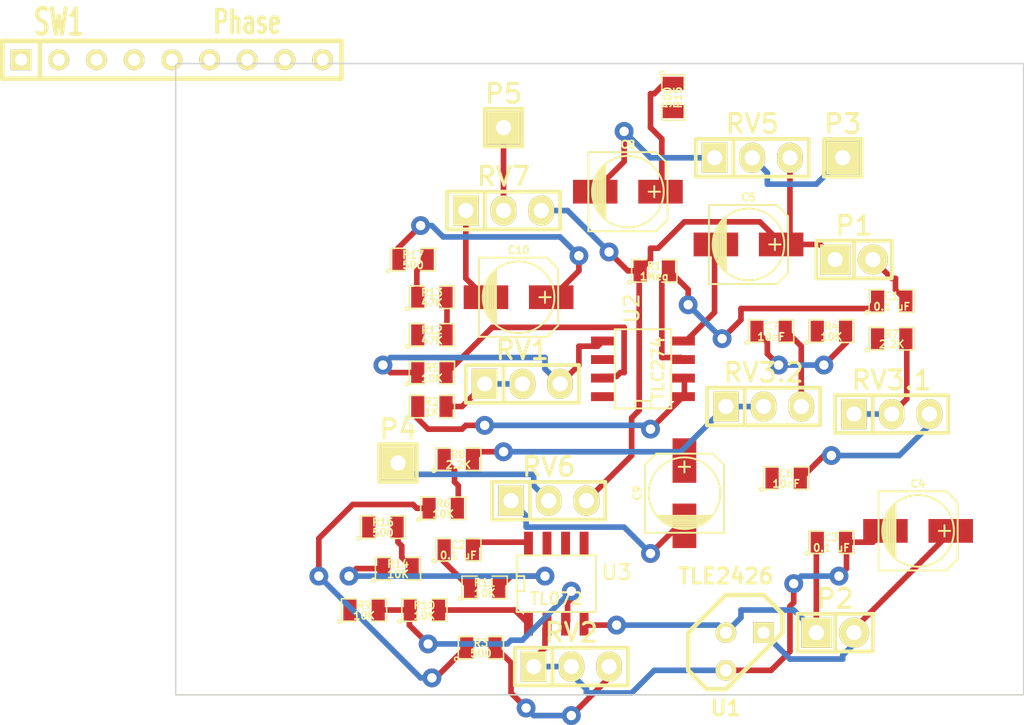
<source format=kicad_pcb>
(kicad_pcb (version 4) (host pcbnew "(2014-08-06 BZR 5059)-product")

  (general
    (links 68)
    (no_connects 15)
    (area 76.149999 43.129999 133.400001 85.775001)
    (thickness 1.6)
    (drawings 4)
    (tracks 285)
    (zones 0)
    (modules 43)
    (nets 34)
  )

  (page A4)
  (layers
    (0 F.Cu signal)
    (31 B.Cu signal)
    (32 B.Adhes user)
    (33 F.Adhes user)
    (34 B.Paste user)
    (35 F.Paste user)
    (36 B.SilkS user)
    (37 F.SilkS user)
    (38 B.Mask user)
    (39 F.Mask user)
    (40 Dwgs.User user)
    (41 Cmts.User user)
    (42 Eco1.User user)
    (43 Eco2.User user)
    (44 Edge.Cuts user)
    (45 Margin user)
    (46 B.CrtYd user)
    (47 F.CrtYd user)
    (48 B.Fab user)
    (49 F.Fab user)
  )

  (setup
    (last_trace_width 0.381)
    (trace_clearance 0.381)
    (zone_clearance 0.508)
    (zone_45_only no)
    (trace_min 0.254)
    (segment_width 0.2)
    (edge_width 0.1)
    (via_size 1.27)
    (via_drill 0.635)
    (via_min_size 0.889)
    (via_min_drill 0.508)
    (uvia_size 0.508)
    (uvia_drill 0.127)
    (uvias_allowed no)
    (uvia_min_size 0.508)
    (uvia_min_drill 0.127)
    (pcb_text_width 0.3)
    (pcb_text_size 1.5 1.5)
    (mod_edge_width 0.15)
    (mod_text_size 1 1)
    (mod_text_width 0.15)
    (pad_size 1.5 1.5)
    (pad_drill 0.6)
    (pad_to_mask_clearance 0)
    (aux_axis_origin 0 0)
    (visible_elements 7FFFF7FF)
    (pcbplotparams
      (layerselection 0x00030_80000001)
      (usegerberextensions false)
      (excludeedgelayer true)
      (linewidth 0.100000)
      (plotframeref false)
      (viasonmask false)
      (mode 1)
      (useauxorigin false)
      (hpglpennumber 1)
      (hpglpenspeed 20)
      (hpglpendiameter 15)
      (hpglpenoverlay 2)
      (psnegative false)
      (psa4output false)
      (plotreference true)
      (plotvalue true)
      (plotinvisibletext false)
      (padsonsilk false)
      (subtractmaskfromsilk false)
      (outputformat 1)
      (mirror false)
      (drillshape 1)
      (scaleselection 1)
      (outputdirectory ""))
  )

  (net 0 "")
  (net 1 "Net-(C1-Pad1)")
  (net 2 "Net-(C1-Pad2)")
  (net 3 GND)
  (net 4 V+)
  (net 5 V-)
  (net 6 "Net-(C6-Pad1)")
  (net 7 "Net-(C6-Pad2)")
  (net 8 "Net-(C7-Pad1)")
  (net 9 "Net-(C7-Pad2)")
  (net 10 "Net-(C8-Pad1)")
  (net 11 "Net-(C8-Pad2)")
  (net 12 "Net-(C9-Pad1)")
  (net 13 "Net-(C9-Pad2)")
  (net 14 "Net-(C10-Pad1)")
  (net 15 "Net-(C10-Pad2)")
  (net 16 "Net-(P3-Pad1)")
  (net 17 "Net-(P4-Pad1)")
  (net 18 "Net-(P5-Pad1)")
  (net 19 "Net-(R2-Pad1)")
  (net 20 "Net-(R2-Pad2)")
  (net 21 "Net-(R3-Pad1)")
  (net 22 "Net-(R3-Pad2)")
  (net 23 "Net-(R4-Pad1)")
  (net 24 "Net-(R12-Pad1)")
  (net 25 "Net-(R7-Pad2)")
  (net 26 "Net-(R8-Pad2)")
  (net 27 "Net-(R9-Pad1)")
  (net 28 "Net-(R10-Pad1)")
  (net 29 "Net-(R10-Pad2)")
  (net 30 "Net-(R11-Pad2)")
  (net 31 "Net-(R12-Pad2)")
  (net 32 "Net-(R13-Pad1)")
  (net 33 "Net-(R14-Pad2)")

  (net_class Default "This is the default net class."
    (clearance 0.381)
    (trace_width 0.381)
    (via_dia 1.27)
    (via_drill 0.635)
    (uvia_dia 0.508)
    (uvia_drill 0.127)
    (add_net GND)
    (add_net "Net-(C1-Pad1)")
    (add_net "Net-(C1-Pad2)")
    (add_net "Net-(C10-Pad1)")
    (add_net "Net-(C10-Pad2)")
    (add_net "Net-(C6-Pad1)")
    (add_net "Net-(C6-Pad2)")
    (add_net "Net-(C7-Pad1)")
    (add_net "Net-(C7-Pad2)")
    (add_net "Net-(C8-Pad1)")
    (add_net "Net-(C8-Pad2)")
    (add_net "Net-(C9-Pad1)")
    (add_net "Net-(C9-Pad2)")
    (add_net "Net-(P3-Pad1)")
    (add_net "Net-(P4-Pad1)")
    (add_net "Net-(P5-Pad1)")
    (add_net "Net-(R10-Pad1)")
    (add_net "Net-(R10-Pad2)")
    (add_net "Net-(R11-Pad2)")
    (add_net "Net-(R12-Pad1)")
    (add_net "Net-(R12-Pad2)")
    (add_net "Net-(R13-Pad1)")
    (add_net "Net-(R14-Pad2)")
    (add_net "Net-(R2-Pad1)")
    (add_net "Net-(R2-Pad2)")
    (add_net "Net-(R3-Pad1)")
    (add_net "Net-(R3-Pad2)")
    (add_net "Net-(R4-Pad1)")
    (add_net "Net-(R7-Pad2)")
    (add_net "Net-(R8-Pad2)")
    (add_net "Net-(R9-Pad1)")
    (add_net V+)
    (add_net V-)
  )

  (module SMD_Packages:SMD-0805 placed (layer F.Cu) (tedit 53E54B21) (tstamp 53E54CF9)
    (at 124.46 59.182)
    (path /53E4C85F)
    (attr smd)
    (fp_text reference C1 (at 0 -0.3175) (layer F.SilkS)
      (effects (font (size 0.50038 0.50038) (thickness 0.10922)))
    )
    (fp_text value "0.1 uF" (at 0 0.381) (layer F.SilkS)
      (effects (font (size 0.50038 0.50038) (thickness 0.10922)))
    )
    (fp_circle (center -1.651 0.762) (end -1.651 0.635) (layer F.SilkS) (width 0.09906))
    (fp_line (start -0.508 0.762) (end -1.524 0.762) (layer F.SilkS) (width 0.09906))
    (fp_line (start -1.524 0.762) (end -1.524 -0.762) (layer F.SilkS) (width 0.09906))
    (fp_line (start -1.524 -0.762) (end -0.508 -0.762) (layer F.SilkS) (width 0.09906))
    (fp_line (start 0.508 -0.762) (end 1.524 -0.762) (layer F.SilkS) (width 0.09906))
    (fp_line (start 1.524 -0.762) (end 1.524 0.762) (layer F.SilkS) (width 0.09906))
    (fp_line (start 1.524 0.762) (end 0.508 0.762) (layer F.SilkS) (width 0.09906))
    (pad 1 smd rect (at -0.9525 0) (size 0.889 1.397) (layers F.Cu F.Paste F.Mask)
      (net 1 "Net-(C1-Pad1)"))
    (pad 2 smd rect (at 0.9525 0) (size 0.889 1.397) (layers F.Cu F.Paste F.Mask)
      (net 2 "Net-(C1-Pad2)"))
    (model smd/chip_cms.wrl
      (at (xyz 0 0 0))
      (scale (xyz 0.1000000014901161 0.1000000014901161 0.1000000014901161))
      (rotate (xyz 0 0 0))
    )
  )

  (module SMD_Packages:SMD-0805 placed (layer F.Cu) (tedit 53E54B21) (tstamp 53E54D06)
    (at 95.25 75.946)
    (path /53E57813)
    (attr smd)
    (fp_text reference C2 (at 0 -0.3175) (layer F.SilkS)
      (effects (font (size 0.50038 0.50038) (thickness 0.10922)))
    )
    (fp_text value "0.1 uF" (at 0 0.381) (layer F.SilkS)
      (effects (font (size 0.50038 0.50038) (thickness 0.10922)))
    )
    (fp_circle (center -1.651 0.762) (end -1.651 0.635) (layer F.SilkS) (width 0.09906))
    (fp_line (start -0.508 0.762) (end -1.524 0.762) (layer F.SilkS) (width 0.09906))
    (fp_line (start -1.524 0.762) (end -1.524 -0.762) (layer F.SilkS) (width 0.09906))
    (fp_line (start -1.524 -0.762) (end -0.508 -0.762) (layer F.SilkS) (width 0.09906))
    (fp_line (start 0.508 -0.762) (end 1.524 -0.762) (layer F.SilkS) (width 0.09906))
    (fp_line (start 1.524 -0.762) (end 1.524 0.762) (layer F.SilkS) (width 0.09906))
    (fp_line (start 1.524 0.762) (end 0.508 0.762) (layer F.SilkS) (width 0.09906))
    (pad 1 smd rect (at -0.9525 0) (size 0.889 1.397) (layers F.Cu F.Paste F.Mask)
      (net 3 GND))
    (pad 2 smd rect (at 0.9525 0) (size 0.889 1.397) (layers F.Cu F.Paste F.Mask)
      (net 4 V+))
    (model smd/chip_cms.wrl
      (at (xyz 0 0 0))
      (scale (xyz 0.1000000014901161 0.1000000014901161 0.1000000014901161))
      (rotate (xyz 0 0 0))
    )
  )

  (module SMD_Packages:SMD-0805 placed (layer F.Cu) (tedit 53E54B21) (tstamp 53E54D13)
    (at 120.396 75.438)
    (path /53E57BC0)
    (attr smd)
    (fp_text reference C3 (at 0 -0.3175) (layer F.SilkS)
      (effects (font (size 0.50038 0.50038) (thickness 0.10922)))
    )
    (fp_text value "0.1 uF" (at 0 0.381) (layer F.SilkS)
      (effects (font (size 0.50038 0.50038) (thickness 0.10922)))
    )
    (fp_circle (center -1.651 0.762) (end -1.651 0.635) (layer F.SilkS) (width 0.09906))
    (fp_line (start -0.508 0.762) (end -1.524 0.762) (layer F.SilkS) (width 0.09906))
    (fp_line (start -1.524 0.762) (end -1.524 -0.762) (layer F.SilkS) (width 0.09906))
    (fp_line (start -1.524 -0.762) (end -0.508 -0.762) (layer F.SilkS) (width 0.09906))
    (fp_line (start 0.508 -0.762) (end 1.524 -0.762) (layer F.SilkS) (width 0.09906))
    (fp_line (start 1.524 -0.762) (end 1.524 0.762) (layer F.SilkS) (width 0.09906))
    (fp_line (start 1.524 0.762) (end 0.508 0.762) (layer F.SilkS) (width 0.09906))
    (pad 1 smd rect (at -0.9525 0) (size 0.889 1.397) (layers F.Cu F.Paste F.Mask)
      (net 5 V-))
    (pad 2 smd rect (at 0.9525 0) (size 0.889 1.397) (layers F.Cu F.Paste F.Mask)
      (net 3 GND))
    (model smd/chip_cms.wrl
      (at (xyz 0 0 0))
      (scale (xyz 0.1000000014901161 0.1000000014901161 0.1000000014901161))
      (rotate (xyz 0 0 0))
    )
  )

  (module Capacitors_SMD:c_elec_5x5.3 placed (layer F.Cu) (tedit 53E54B26) (tstamp 53E54D29)
    (at 126.238 74.676)
    (descr "SMT capacitor, aluminium electrolytic, 5x5.3")
    (path /53E549D6)
    (fp_text reference C4 (at 0 -3.175) (layer F.SilkS)
      (effects (font (size 0.50038 0.50038) (thickness 0.11938)))
    )
    (fp_text value "10 uF" (at 0 3.175) (layer F.SilkS) hide
      (effects (font (size 0.50038 0.50038) (thickness 0.11938)))
    )
    (fp_line (start -2.286 -0.635) (end -2.286 0.762) (layer F.SilkS) (width 0.127))
    (fp_line (start -2.159 -0.889) (end -2.159 0.889) (layer F.SilkS) (width 0.127))
    (fp_line (start -2.032 -1.27) (end -2.032 1.27) (layer F.SilkS) (width 0.127))
    (fp_line (start -1.905 1.397) (end -1.905 -1.397) (layer F.SilkS) (width 0.127))
    (fp_line (start -1.778 -1.524) (end -1.778 1.524) (layer F.SilkS) (width 0.127))
    (fp_line (start -1.651 1.651) (end -1.651 -1.651) (layer F.SilkS) (width 0.127))
    (fp_line (start -1.524 -1.778) (end -1.524 1.778) (layer F.SilkS) (width 0.127))
    (fp_circle (center 0 0) (end -2.413 0) (layer F.SilkS) (width 0.127))
    (fp_line (start -2.667 -2.667) (end 1.905 -2.667) (layer F.SilkS) (width 0.127))
    (fp_line (start 1.905 -2.667) (end 2.667 -1.905) (layer F.SilkS) (width 0.127))
    (fp_line (start 2.667 -1.905) (end 2.667 1.905) (layer F.SilkS) (width 0.127))
    (fp_line (start 2.667 1.905) (end 1.905 2.667) (layer F.SilkS) (width 0.127))
    (fp_line (start 1.905 2.667) (end -2.667 2.667) (layer F.SilkS) (width 0.127))
    (fp_line (start -2.667 2.667) (end -2.667 -2.667) (layer F.SilkS) (width 0.127))
    (fp_line (start 2.159 0) (end 1.397 0) (layer F.SilkS) (width 0.127))
    (fp_line (start 1.778 -0.381) (end 1.778 0.381) (layer F.SilkS) (width 0.127))
    (pad 1 smd rect (at 2.19964 0) (size 2.99974 1.6002) (layers F.Cu F.Paste F.Mask)
      (net 4 V+))
    (pad 2 smd rect (at -2.19964 0) (size 2.99974 1.6002) (layers F.Cu F.Paste F.Mask)
      (net 3 GND))
    (model smd/capacitors/c_elec_5x5_3.wrl
      (at (xyz 0 0 0))
      (scale (xyz 1 1 1))
      (rotate (xyz 0 0 0))
    )
  )

  (module Capacitors_SMD:c_elec_5x5.3 placed (layer F.Cu) (tedit 53E54B26) (tstamp 53E54D3F)
    (at 114.808 55.372)
    (descr "SMT capacitor, aluminium electrolytic, 5x5.3")
    (path /53E54AD1)
    (fp_text reference C5 (at 0 -3.175) (layer F.SilkS)
      (effects (font (size 0.50038 0.50038) (thickness 0.11938)))
    )
    (fp_text value "10 uF" (at 0 3.175) (layer F.SilkS) hide
      (effects (font (size 0.50038 0.50038) (thickness 0.11938)))
    )
    (fp_line (start -2.286 -0.635) (end -2.286 0.762) (layer F.SilkS) (width 0.127))
    (fp_line (start -2.159 -0.889) (end -2.159 0.889) (layer F.SilkS) (width 0.127))
    (fp_line (start -2.032 -1.27) (end -2.032 1.27) (layer F.SilkS) (width 0.127))
    (fp_line (start -1.905 1.397) (end -1.905 -1.397) (layer F.SilkS) (width 0.127))
    (fp_line (start -1.778 -1.524) (end -1.778 1.524) (layer F.SilkS) (width 0.127))
    (fp_line (start -1.651 1.651) (end -1.651 -1.651) (layer F.SilkS) (width 0.127))
    (fp_line (start -1.524 -1.778) (end -1.524 1.778) (layer F.SilkS) (width 0.127))
    (fp_circle (center 0 0) (end -2.413 0) (layer F.SilkS) (width 0.127))
    (fp_line (start -2.667 -2.667) (end 1.905 -2.667) (layer F.SilkS) (width 0.127))
    (fp_line (start 1.905 -2.667) (end 2.667 -1.905) (layer F.SilkS) (width 0.127))
    (fp_line (start 2.667 -1.905) (end 2.667 1.905) (layer F.SilkS) (width 0.127))
    (fp_line (start 2.667 1.905) (end 1.905 2.667) (layer F.SilkS) (width 0.127))
    (fp_line (start 1.905 2.667) (end -2.667 2.667) (layer F.SilkS) (width 0.127))
    (fp_line (start -2.667 2.667) (end -2.667 -2.667) (layer F.SilkS) (width 0.127))
    (fp_line (start 2.159 0) (end 1.397 0) (layer F.SilkS) (width 0.127))
    (fp_line (start 1.778 -0.381) (end 1.778 0.381) (layer F.SilkS) (width 0.127))
    (pad 1 smd rect (at 2.19964 0) (size 2.99974 1.6002) (layers F.Cu F.Paste F.Mask)
      (net 3 GND))
    (pad 2 smd rect (at -2.19964 0) (size 2.99974 1.6002) (layers F.Cu F.Paste F.Mask)
      (net 5 V-))
    (model smd/capacitors/c_elec_5x5_3.wrl
      (at (xyz 0 0 0))
      (scale (xyz 1 1 1))
      (rotate (xyz 0 0 0))
    )
  )

  (module SMD_Packages:SMD-0805 placed (layer F.Cu) (tedit 53E54B21) (tstamp 53E54D4C)
    (at 117.348 71.12)
    (path /53E4F0C2)
    (attr smd)
    (fp_text reference C6 (at 0 -0.3175) (layer F.SilkS)
      (effects (font (size 0.50038 0.50038) (thickness 0.10922)))
    )
    (fp_text value 10nF (at 0 0.381) (layer F.SilkS)
      (effects (font (size 0.50038 0.50038) (thickness 0.10922)))
    )
    (fp_circle (center -1.651 0.762) (end -1.651 0.635) (layer F.SilkS) (width 0.09906))
    (fp_line (start -0.508 0.762) (end -1.524 0.762) (layer F.SilkS) (width 0.09906))
    (fp_line (start -1.524 0.762) (end -1.524 -0.762) (layer F.SilkS) (width 0.09906))
    (fp_line (start -1.524 -0.762) (end -0.508 -0.762) (layer F.SilkS) (width 0.09906))
    (fp_line (start 0.508 -0.762) (end 1.524 -0.762) (layer F.SilkS) (width 0.09906))
    (fp_line (start 1.524 -0.762) (end 1.524 0.762) (layer F.SilkS) (width 0.09906))
    (fp_line (start 1.524 0.762) (end 0.508 0.762) (layer F.SilkS) (width 0.09906))
    (pad 1 smd rect (at -0.9525 0) (size 0.889 1.397) (layers F.Cu F.Paste F.Mask)
      (net 6 "Net-(C6-Pad1)"))
    (pad 2 smd rect (at 0.9525 0) (size 0.889 1.397) (layers F.Cu F.Paste F.Mask)
      (net 7 "Net-(C6-Pad2)"))
    (model smd/chip_cms.wrl
      (at (xyz 0 0 0))
      (scale (xyz 0.1000000014901161 0.1000000014901161 0.1000000014901161))
      (rotate (xyz 0 0 0))
    )
  )

  (module SMD_Packages:SMD-0805 placed (layer F.Cu) (tedit 53E54B21) (tstamp 53E54D59)
    (at 116.332 61.214)
    (path /53E50786)
    (attr smd)
    (fp_text reference C7 (at 0 -0.3175) (layer F.SilkS)
      (effects (font (size 0.50038 0.50038) (thickness 0.10922)))
    )
    (fp_text value 10nF (at 0 0.381) (layer F.SilkS)
      (effects (font (size 0.50038 0.50038) (thickness 0.10922)))
    )
    (fp_circle (center -1.651 0.762) (end -1.651 0.635) (layer F.SilkS) (width 0.09906))
    (fp_line (start -0.508 0.762) (end -1.524 0.762) (layer F.SilkS) (width 0.09906))
    (fp_line (start -1.524 0.762) (end -1.524 -0.762) (layer F.SilkS) (width 0.09906))
    (fp_line (start -1.524 -0.762) (end -0.508 -0.762) (layer F.SilkS) (width 0.09906))
    (fp_line (start 0.508 -0.762) (end 1.524 -0.762) (layer F.SilkS) (width 0.09906))
    (fp_line (start 1.524 -0.762) (end 1.524 0.762) (layer F.SilkS) (width 0.09906))
    (fp_line (start 1.524 0.762) (end 0.508 0.762) (layer F.SilkS) (width 0.09906))
    (pad 1 smd rect (at -0.9525 0) (size 0.889 1.397) (layers F.Cu F.Paste F.Mask)
      (net 8 "Net-(C7-Pad1)"))
    (pad 2 smd rect (at 0.9525 0) (size 0.889 1.397) (layers F.Cu F.Paste F.Mask)
      (net 9 "Net-(C7-Pad2)"))
    (model smd/chip_cms.wrl
      (at (xyz 0 0 0))
      (scale (xyz 0.1000000014901161 0.1000000014901161 0.1000000014901161))
      (rotate (xyz 0 0 0))
    )
  )

  (module Capacitors_SMD:c_elec_5x5.3 placed (layer F.Cu) (tedit 53E54B26) (tstamp 53E54D6F)
    (at 106.68 51.816)
    (descr "SMT capacitor, aluminium electrolytic, 5x5.3")
    (path /53E5E29E)
    (fp_text reference C8 (at 0 -3.175) (layer F.SilkS)
      (effects (font (size 0.50038 0.50038) (thickness 0.11938)))
    )
    (fp_text value "10 uF" (at 0 3.175) (layer F.SilkS) hide
      (effects (font (size 0.50038 0.50038) (thickness 0.11938)))
    )
    (fp_line (start -2.286 -0.635) (end -2.286 0.762) (layer F.SilkS) (width 0.127))
    (fp_line (start -2.159 -0.889) (end -2.159 0.889) (layer F.SilkS) (width 0.127))
    (fp_line (start -2.032 -1.27) (end -2.032 1.27) (layer F.SilkS) (width 0.127))
    (fp_line (start -1.905 1.397) (end -1.905 -1.397) (layer F.SilkS) (width 0.127))
    (fp_line (start -1.778 -1.524) (end -1.778 1.524) (layer F.SilkS) (width 0.127))
    (fp_line (start -1.651 1.651) (end -1.651 -1.651) (layer F.SilkS) (width 0.127))
    (fp_line (start -1.524 -1.778) (end -1.524 1.778) (layer F.SilkS) (width 0.127))
    (fp_circle (center 0 0) (end -2.413 0) (layer F.SilkS) (width 0.127))
    (fp_line (start -2.667 -2.667) (end 1.905 -2.667) (layer F.SilkS) (width 0.127))
    (fp_line (start 1.905 -2.667) (end 2.667 -1.905) (layer F.SilkS) (width 0.127))
    (fp_line (start 2.667 -1.905) (end 2.667 1.905) (layer F.SilkS) (width 0.127))
    (fp_line (start 2.667 1.905) (end 1.905 2.667) (layer F.SilkS) (width 0.127))
    (fp_line (start 1.905 2.667) (end -2.667 2.667) (layer F.SilkS) (width 0.127))
    (fp_line (start -2.667 2.667) (end -2.667 -2.667) (layer F.SilkS) (width 0.127))
    (fp_line (start 2.159 0) (end 1.397 0) (layer F.SilkS) (width 0.127))
    (fp_line (start 1.778 -0.381) (end 1.778 0.381) (layer F.SilkS) (width 0.127))
    (pad 1 smd rect (at 2.19964 0) (size 2.99974 1.6002) (layers F.Cu F.Paste F.Mask)
      (net 10 "Net-(C8-Pad1)"))
    (pad 2 smd rect (at -2.19964 0) (size 2.99974 1.6002) (layers F.Cu F.Paste F.Mask)
      (net 11 "Net-(C8-Pad2)"))
    (model smd/capacitors/c_elec_5x5_3.wrl
      (at (xyz 0 0 0))
      (scale (xyz 1 1 1))
      (rotate (xyz 0 0 0))
    )
  )

  (module Capacitors_SMD:c_elec_5x5.3 placed (layer F.Cu) (tedit 53E54B26) (tstamp 53E54D85)
    (at 110.49 72.136 90)
    (descr "SMT capacitor, aluminium electrolytic, 5x5.3")
    (path /53E5EA18)
    (fp_text reference C9 (at 0 -3.175 90) (layer F.SilkS)
      (effects (font (size 0.50038 0.50038) (thickness 0.11938)))
    )
    (fp_text value "10 uF" (at 0 3.175 90) (layer F.SilkS) hide
      (effects (font (size 0.50038 0.50038) (thickness 0.11938)))
    )
    (fp_line (start -2.286 -0.635) (end -2.286 0.762) (layer F.SilkS) (width 0.127))
    (fp_line (start -2.159 -0.889) (end -2.159 0.889) (layer F.SilkS) (width 0.127))
    (fp_line (start -2.032 -1.27) (end -2.032 1.27) (layer F.SilkS) (width 0.127))
    (fp_line (start -1.905 1.397) (end -1.905 -1.397) (layer F.SilkS) (width 0.127))
    (fp_line (start -1.778 -1.524) (end -1.778 1.524) (layer F.SilkS) (width 0.127))
    (fp_line (start -1.651 1.651) (end -1.651 -1.651) (layer F.SilkS) (width 0.127))
    (fp_line (start -1.524 -1.778) (end -1.524 1.778) (layer F.SilkS) (width 0.127))
    (fp_circle (center 0 0) (end -2.413 0) (layer F.SilkS) (width 0.127))
    (fp_line (start -2.667 -2.667) (end 1.905 -2.667) (layer F.SilkS) (width 0.127))
    (fp_line (start 1.905 -2.667) (end 2.667 -1.905) (layer F.SilkS) (width 0.127))
    (fp_line (start 2.667 -1.905) (end 2.667 1.905) (layer F.SilkS) (width 0.127))
    (fp_line (start 2.667 1.905) (end 1.905 2.667) (layer F.SilkS) (width 0.127))
    (fp_line (start 1.905 2.667) (end -2.667 2.667) (layer F.SilkS) (width 0.127))
    (fp_line (start -2.667 2.667) (end -2.667 -2.667) (layer F.SilkS) (width 0.127))
    (fp_line (start 2.159 0) (end 1.397 0) (layer F.SilkS) (width 0.127))
    (fp_line (start 1.778 -0.381) (end 1.778 0.381) (layer F.SilkS) (width 0.127))
    (pad 1 smd rect (at 2.19964 0 90) (size 2.99974 1.6002) (layers F.Cu F.Paste F.Mask)
      (net 12 "Net-(C9-Pad1)"))
    (pad 2 smd rect (at -2.19964 0 90) (size 2.99974 1.6002) (layers F.Cu F.Paste F.Mask)
      (net 13 "Net-(C9-Pad2)"))
    (model smd/capacitors/c_elec_5x5_3.wrl
      (at (xyz 0 0 0))
      (scale (xyz 1 1 1))
      (rotate (xyz 0 0 0))
    )
  )

  (module Capacitors_SMD:c_elec_5x5.3 placed (layer F.Cu) (tedit 53E54B26) (tstamp 53E54D9B)
    (at 99.314 58.928)
    (descr "SMT capacitor, aluminium electrolytic, 5x5.3")
    (path /53E5F6BE)
    (fp_text reference C10 (at 0 -3.175) (layer F.SilkS)
      (effects (font (size 0.50038 0.50038) (thickness 0.11938)))
    )
    (fp_text value "10 uF" (at 0 3.175) (layer F.SilkS) hide
      (effects (font (size 0.50038 0.50038) (thickness 0.11938)))
    )
    (fp_line (start -2.286 -0.635) (end -2.286 0.762) (layer F.SilkS) (width 0.127))
    (fp_line (start -2.159 -0.889) (end -2.159 0.889) (layer F.SilkS) (width 0.127))
    (fp_line (start -2.032 -1.27) (end -2.032 1.27) (layer F.SilkS) (width 0.127))
    (fp_line (start -1.905 1.397) (end -1.905 -1.397) (layer F.SilkS) (width 0.127))
    (fp_line (start -1.778 -1.524) (end -1.778 1.524) (layer F.SilkS) (width 0.127))
    (fp_line (start -1.651 1.651) (end -1.651 -1.651) (layer F.SilkS) (width 0.127))
    (fp_line (start -1.524 -1.778) (end -1.524 1.778) (layer F.SilkS) (width 0.127))
    (fp_circle (center 0 0) (end -2.413 0) (layer F.SilkS) (width 0.127))
    (fp_line (start -2.667 -2.667) (end 1.905 -2.667) (layer F.SilkS) (width 0.127))
    (fp_line (start 1.905 -2.667) (end 2.667 -1.905) (layer F.SilkS) (width 0.127))
    (fp_line (start 2.667 -1.905) (end 2.667 1.905) (layer F.SilkS) (width 0.127))
    (fp_line (start 2.667 1.905) (end 1.905 2.667) (layer F.SilkS) (width 0.127))
    (fp_line (start 1.905 2.667) (end -2.667 2.667) (layer F.SilkS) (width 0.127))
    (fp_line (start -2.667 2.667) (end -2.667 -2.667) (layer F.SilkS) (width 0.127))
    (fp_line (start 2.159 0) (end 1.397 0) (layer F.SilkS) (width 0.127))
    (fp_line (start 1.778 -0.381) (end 1.778 0.381) (layer F.SilkS) (width 0.127))
    (pad 1 smd rect (at 2.19964 0) (size 2.99974 1.6002) (layers F.Cu F.Paste F.Mask)
      (net 14 "Net-(C10-Pad1)"))
    (pad 2 smd rect (at -2.19964 0) (size 2.99974 1.6002) (layers F.Cu F.Paste F.Mask)
      (net 15 "Net-(C10-Pad2)"))
    (model smd/capacitors/c_elec_5x5_3.wrl
      (at (xyz 0 0 0))
      (scale (xyz 1 1 1))
      (rotate (xyz 0 0 0))
    )
  )

  (module Pin_Headers:Pin_Header_Straight_1x02 placed (layer F.Cu) (tedit 53F258A4) (tstamp 53E54DA7)
    (at 121.92 56.388)
    (descr "1 pin")
    (tags "CONN DEV")
    (path /53E52E0F)
    (fp_text reference P1 (at 0 -2.286) (layer F.SilkS)
      (effects (font (size 1.27 1.27) (thickness 0.2032)))
    )
    (fp_text value IN (at 2.54 -2.794) (layer F.SilkS) hide
      (effects (font (size 1.27 1.27) (thickness 0.2032)))
    )
    (fp_line (start 0 -1.27) (end 0 1.27) (layer F.SilkS) (width 0.254))
    (fp_line (start -2.54 -1.27) (end -2.54 1.27) (layer F.SilkS) (width 0.254))
    (fp_line (start -2.54 1.27) (end 0 1.27) (layer F.SilkS) (width 0.254))
    (fp_line (start 0 1.27) (end 2.54 1.27) (layer F.SilkS) (width 0.254))
    (fp_line (start 2.54 1.27) (end 2.54 -1.27) (layer F.SilkS) (width 0.254))
    (fp_line (start 2.54 -1.27) (end -2.54 -1.27) (layer F.SilkS) (width 0.254))
    (pad 1 thru_hole rect (at -1.27 0) (size 2.032 2.032) (drill 1.016) (layers *.Cu *.Mask F.SilkS)
      (net 3 GND))
    (pad 2 thru_hole oval (at 1.27 0) (size 2.032 2.032) (drill 1.016) (layers *.Cu *.Mask F.SilkS)
      (net 2 "Net-(C1-Pad2)"))
    (model Pin_Headers/Pin_Header_Straight_1x02.wrl
      (at (xyz 0 0 0))
      (scale (xyz 1 1 1))
      (rotate (xyz 0 0 0))
    )
  )

  (module Pin_Headers:Pin_Header_Straight_1x02 placed (layer F.Cu) (tedit 53F2589E) (tstamp 53E54DB3)
    (at 120.65 81.534)
    (descr "1 pin")
    (tags "CONN DEV")
    (path /53E56850)
    (fp_text reference P2 (at 0 -2.286) (layer F.SilkS)
      (effects (font (size 1.27 1.27) (thickness 0.2032)))
    )
    (fp_text value 9V (at 3.048 -3.302) (layer F.SilkS) hide
      (effects (font (size 1.27 1.27) (thickness 0.2032)))
    )
    (fp_line (start 0 -1.27) (end 0 1.27) (layer F.SilkS) (width 0.254))
    (fp_line (start -2.54 -1.27) (end -2.54 1.27) (layer F.SilkS) (width 0.254))
    (fp_line (start -2.54 1.27) (end 0 1.27) (layer F.SilkS) (width 0.254))
    (fp_line (start 0 1.27) (end 2.54 1.27) (layer F.SilkS) (width 0.254))
    (fp_line (start 2.54 1.27) (end 2.54 -1.27) (layer F.SilkS) (width 0.254))
    (fp_line (start 2.54 -1.27) (end -2.54 -1.27) (layer F.SilkS) (width 0.254))
    (pad 1 thru_hole rect (at -1.27 0) (size 2.032 2.032) (drill 1.016) (layers *.Cu *.Mask F.SilkS)
      (net 5 V-))
    (pad 2 thru_hole oval (at 1.27 0) (size 2.032 2.032) (drill 1.016) (layers *.Cu *.Mask F.SilkS)
      (net 4 V+))
    (model Pin_Headers/Pin_Header_Straight_1x02.wrl
      (at (xyz 0 0 0))
      (scale (xyz 1 1 1))
      (rotate (xyz 0 0 0))
    )
  )

  (module Pin_Headers:Pin_Header_Straight_1x01 placed (layer F.Cu) (tedit 53F2588A) (tstamp 53E54DBC)
    (at 121.158 49.53)
    (descr "1 pin")
    (tags "CONN DEV")
    (path /53E5FA66)
    (fp_text reference P3 (at 0 -2.286) (layer F.SilkS)
      (effects (font (size 1.27 1.27) (thickness 0.2032)))
    )
    (fp_text value HIGH (at 3.81 -0.762) (layer F.SilkS) hide
      (effects (font (size 1.27 1.27) (thickness 0.2032)))
    )
    (fp_line (start -1.27 -1.27) (end -1.27 1.27) (layer F.SilkS) (width 0.254))
    (fp_line (start -1.27 1.27) (end 1.27 1.27) (layer F.SilkS) (width 0.254))
    (fp_line (start 1.27 1.27) (end 1.27 -1.27) (layer F.SilkS) (width 0.254))
    (fp_line (start 1.27 -1.27) (end -1.27 -1.27) (layer F.SilkS) (width 0.254))
    (pad 1 thru_hole rect (at 0 0) (size 2.2352 2.2352) (drill 1.016) (layers *.Cu *.Mask F.SilkS)
      (net 16 "Net-(P3-Pad1)"))
    (model Pin_Headers/Pin_Header_Straight_1x01.wrl
      (at (xyz 0 0 0))
      (scale (xyz 1 1 1))
      (rotate (xyz 0 0 0))
    )
  )

  (module Pin_Headers:Pin_Header_Straight_1x01 placed (layer F.Cu) (tedit 53F25894) (tstamp 53E54DC5)
    (at 91.186 70.104)
    (descr "1 pin")
    (tags "CONN DEV")
    (path /53E5FAF6)
    (fp_text reference P4 (at 0 -2.286) (layer F.SilkS)
      (effects (font (size 1.27 1.27) (thickness 0.2032)))
    )
    (fp_text value SUM (at 3.302 -0.508) (layer F.SilkS) hide
      (effects (font (size 1.27 1.27) (thickness 0.2032)))
    )
    (fp_line (start -1.27 -1.27) (end -1.27 1.27) (layer F.SilkS) (width 0.254))
    (fp_line (start -1.27 1.27) (end 1.27 1.27) (layer F.SilkS) (width 0.254))
    (fp_line (start 1.27 1.27) (end 1.27 -1.27) (layer F.SilkS) (width 0.254))
    (fp_line (start 1.27 -1.27) (end -1.27 -1.27) (layer F.SilkS) (width 0.254))
    (pad 1 thru_hole rect (at 0 0) (size 2.2352 2.2352) (drill 1.016) (layers *.Cu *.Mask F.SilkS)
      (net 17 "Net-(P4-Pad1)"))
    (model Pin_Headers/Pin_Header_Straight_1x01.wrl
      (at (xyz 0 0 0))
      (scale (xyz 1 1 1))
      (rotate (xyz 0 0 0))
    )
  )

  (module Pin_Headers:Pin_Header_Straight_1x01 placed (layer F.Cu) (tedit 53F25880) (tstamp 53E54DCE)
    (at 98.298 47.498)
    (descr "1 pin")
    (tags "CONN DEV")
    (path /53E5FF31)
    (fp_text reference P5 (at 0 -2.286) (layer F.SilkS)
      (effects (font (size 1.27 1.27) (thickness 0.2032)))
    )
    (fp_text value LOW (at 3.81 -1.016) (layer F.SilkS) hide
      (effects (font (size 1.27 1.27) (thickness 0.2032)))
    )
    (fp_line (start -1.27 -1.27) (end -1.27 1.27) (layer F.SilkS) (width 0.254))
    (fp_line (start -1.27 1.27) (end 1.27 1.27) (layer F.SilkS) (width 0.254))
    (fp_line (start 1.27 1.27) (end 1.27 -1.27) (layer F.SilkS) (width 0.254))
    (fp_line (start 1.27 -1.27) (end -1.27 -1.27) (layer F.SilkS) (width 0.254))
    (pad 1 thru_hole rect (at 0 0) (size 2.2352 2.2352) (drill 1.016) (layers *.Cu *.Mask F.SilkS)
      (net 18 "Net-(P5-Pad1)"))
    (model Pin_Headers/Pin_Header_Straight_1x01.wrl
      (at (xyz 0 0 0))
      (scale (xyz 1 1 1))
      (rotate (xyz 0 0 0))
    )
  )

  (module SMD_Packages:SMD-0805 placed (layer F.Cu) (tedit 53E54B21) (tstamp 53E54DDB)
    (at 108.458 57.15)
    (path /53E4C7CD)
    (attr smd)
    (fp_text reference R1 (at 0 -0.3175) (layer F.SilkS)
      (effects (font (size 0.50038 0.50038) (thickness 0.10922)))
    )
    (fp_text value 1Meg (at 0 0.381) (layer F.SilkS)
      (effects (font (size 0.50038 0.50038) (thickness 0.10922)))
    )
    (fp_circle (center -1.651 0.762) (end -1.651 0.635) (layer F.SilkS) (width 0.09906))
    (fp_line (start -0.508 0.762) (end -1.524 0.762) (layer F.SilkS) (width 0.09906))
    (fp_line (start -1.524 0.762) (end -1.524 -0.762) (layer F.SilkS) (width 0.09906))
    (fp_line (start -1.524 -0.762) (end -0.508 -0.762) (layer F.SilkS) (width 0.09906))
    (fp_line (start 0.508 -0.762) (end 1.524 -0.762) (layer F.SilkS) (width 0.09906))
    (fp_line (start 1.524 -0.762) (end 1.524 0.762) (layer F.SilkS) (width 0.09906))
    (fp_line (start 1.524 0.762) (end 0.508 0.762) (layer F.SilkS) (width 0.09906))
    (pad 1 smd rect (at -0.9525 0) (size 0.889 1.397) (layers F.Cu F.Paste F.Mask)
      (net 3 GND))
    (pad 2 smd rect (at 0.9525 0) (size 0.889 1.397) (layers F.Cu F.Paste F.Mask)
      (net 1 "Net-(C1-Pad1)"))
    (model smd/chip_cms.wrl
      (at (xyz 0 0 0))
      (scale (xyz 0.1000000014901161 0.1000000014901161 0.1000000014901161))
      (rotate (xyz 0 0 0))
    )
  )

  (module SMD_Packages:SMD-0805 placed (layer F.Cu) (tedit 53E54B21) (tstamp 53E54DE8)
    (at 93.472 66.294)
    (path /53E4C8B9)
    (attr smd)
    (fp_text reference R2 (at 0 -0.3175) (layer F.SilkS)
      (effects (font (size 0.50038 0.50038) (thickness 0.10922)))
    )
    (fp_text value 1K (at 0 0.381) (layer F.SilkS)
      (effects (font (size 0.50038 0.50038) (thickness 0.10922)))
    )
    (fp_circle (center -1.651 0.762) (end -1.651 0.635) (layer F.SilkS) (width 0.09906))
    (fp_line (start -0.508 0.762) (end -1.524 0.762) (layer F.SilkS) (width 0.09906))
    (fp_line (start -1.524 0.762) (end -1.524 -0.762) (layer F.SilkS) (width 0.09906))
    (fp_line (start -1.524 -0.762) (end -0.508 -0.762) (layer F.SilkS) (width 0.09906))
    (fp_line (start 0.508 -0.762) (end 1.524 -0.762) (layer F.SilkS) (width 0.09906))
    (fp_line (start 1.524 -0.762) (end 1.524 0.762) (layer F.SilkS) (width 0.09906))
    (fp_line (start 1.524 0.762) (end 0.508 0.762) (layer F.SilkS) (width 0.09906))
    (pad 1 smd rect (at -0.9525 0) (size 0.889 1.397) (layers F.Cu F.Paste F.Mask)
      (net 19 "Net-(R2-Pad1)"))
    (pad 2 smd rect (at 0.9525 0) (size 0.889 1.397) (layers F.Cu F.Paste F.Mask)
      (net 20 "Net-(R2-Pad2)"))
    (model smd/chip_cms.wrl
      (at (xyz 0 0 0))
      (scale (xyz 0.1000000014901161 0.1000000014901161 0.1000000014901161))
      (rotate (xyz 0 0 0))
    )
  )

  (module SMD_Packages:SMD-0805 placed (layer F.Cu) (tedit 53E54B21) (tstamp 53E54DF5)
    (at 96.774 82.55)
    (path /53E4DA81)
    (attr smd)
    (fp_text reference R3 (at 0 -0.3175) (layer F.SilkS)
      (effects (font (size 0.50038 0.50038) (thickness 0.10922)))
    )
    (fp_text value 500 (at 0 0.381) (layer F.SilkS)
      (effects (font (size 0.50038 0.50038) (thickness 0.10922)))
    )
    (fp_circle (center -1.651 0.762) (end -1.651 0.635) (layer F.SilkS) (width 0.09906))
    (fp_line (start -0.508 0.762) (end -1.524 0.762) (layer F.SilkS) (width 0.09906))
    (fp_line (start -1.524 0.762) (end -1.524 -0.762) (layer F.SilkS) (width 0.09906))
    (fp_line (start -1.524 -0.762) (end -0.508 -0.762) (layer F.SilkS) (width 0.09906))
    (fp_line (start 0.508 -0.762) (end 1.524 -0.762) (layer F.SilkS) (width 0.09906))
    (fp_line (start 1.524 -0.762) (end 1.524 0.762) (layer F.SilkS) (width 0.09906))
    (fp_line (start 1.524 0.762) (end 0.508 0.762) (layer F.SilkS) (width 0.09906))
    (pad 1 smd rect (at -0.9525 0) (size 0.889 1.397) (layers F.Cu F.Paste F.Mask)
      (net 21 "Net-(R3-Pad1)"))
    (pad 2 smd rect (at 0.9525 0) (size 0.889 1.397) (layers F.Cu F.Paste F.Mask)
      (net 22 "Net-(R3-Pad2)"))
    (model smd/chip_cms.wrl
      (at (xyz 0 0 0))
      (scale (xyz 0.1000000014901161 0.1000000014901161 0.1000000014901161))
      (rotate (xyz 0 0 0))
    )
  )

  (module SMD_Packages:SMD-0805 placed (layer F.Cu) (tedit 53E54B21) (tstamp 53E54E02)
    (at 120.396 61.214)
    (path /53E4D9C4)
    (attr smd)
    (fp_text reference R4 (at 0 -0.3175) (layer F.SilkS)
      (effects (font (size 0.50038 0.50038) (thickness 0.10922)))
    )
    (fp_text value 10K (at 0 0.381) (layer F.SilkS)
      (effects (font (size 0.50038 0.50038) (thickness 0.10922)))
    )
    (fp_circle (center -1.651 0.762) (end -1.651 0.635) (layer F.SilkS) (width 0.09906))
    (fp_line (start -0.508 0.762) (end -1.524 0.762) (layer F.SilkS) (width 0.09906))
    (fp_line (start -1.524 0.762) (end -1.524 -0.762) (layer F.SilkS) (width 0.09906))
    (fp_line (start -1.524 -0.762) (end -0.508 -0.762) (layer F.SilkS) (width 0.09906))
    (fp_line (start 0.508 -0.762) (end 1.524 -0.762) (layer F.SilkS) (width 0.09906))
    (fp_line (start 1.524 -0.762) (end 1.524 0.762) (layer F.SilkS) (width 0.09906))
    (fp_line (start 1.524 0.762) (end 0.508 0.762) (layer F.SilkS) (width 0.09906))
    (pad 1 smd rect (at -0.9525 0) (size 0.889 1.397) (layers F.Cu F.Paste F.Mask)
      (net 23 "Net-(R4-Pad1)"))
    (pad 2 smd rect (at 0.9525 0) (size 0.889 1.397) (layers F.Cu F.Paste F.Mask)
      (net 8 "Net-(C7-Pad1)"))
    (model smd/chip_cms.wrl
      (at (xyz 0 0 0))
      (scale (xyz 0.1000000014901161 0.1000000014901161 0.1000000014901161))
      (rotate (xyz 0 0 0))
    )
  )

  (module SMD_Packages:SMD-0805 placed (layer F.Cu) (tedit 53E54B21) (tstamp 53E54E0F)
    (at 93.472 64.008)
    (path /53E4D961)
    (attr smd)
    (fp_text reference R5 (at 0 -0.3175) (layer F.SilkS)
      (effects (font (size 0.50038 0.50038) (thickness 0.10922)))
    )
    (fp_text value 10K (at 0 0.381) (layer F.SilkS)
      (effects (font (size 0.50038 0.50038) (thickness 0.10922)))
    )
    (fp_circle (center -1.651 0.762) (end -1.651 0.635) (layer F.SilkS) (width 0.09906))
    (fp_line (start -0.508 0.762) (end -1.524 0.762) (layer F.SilkS) (width 0.09906))
    (fp_line (start -1.524 0.762) (end -1.524 -0.762) (layer F.SilkS) (width 0.09906))
    (fp_line (start -1.524 -0.762) (end -0.508 -0.762) (layer F.SilkS) (width 0.09906))
    (fp_line (start 0.508 -0.762) (end 1.524 -0.762) (layer F.SilkS) (width 0.09906))
    (fp_line (start 1.524 -0.762) (end 1.524 0.762) (layer F.SilkS) (width 0.09906))
    (fp_line (start 1.524 0.762) (end 0.508 0.762) (layer F.SilkS) (width 0.09906))
    (pad 1 smd rect (at -0.9525 0) (size 0.889 1.397) (layers F.Cu F.Paste F.Mask)
      (net 23 "Net-(R4-Pad1)"))
    (pad 2 smd rect (at 0.9525 0) (size 0.889 1.397) (layers F.Cu F.Paste F.Mask)
      (net 24 "Net-(R12-Pad1)"))
    (model smd/chip_cms.wrl
      (at (xyz 0 0 0))
      (scale (xyz 0.1000000014901161 0.1000000014901161 0.1000000014901161))
      (rotate (xyz 0 0 0))
    )
  )

  (module SMD_Packages:SMD-0805 placed (layer F.Cu) (tedit 53E54B21) (tstamp 53E54E1C)
    (at 94.234 73.152)
    (path /53E4DA22)
    (attr smd)
    (fp_text reference R6 (at 0 -0.3175) (layer F.SilkS)
      (effects (font (size 0.50038 0.50038) (thickness 0.10922)))
    )
    (fp_text value 10K (at 0 0.381) (layer F.SilkS)
      (effects (font (size 0.50038 0.50038) (thickness 0.10922)))
    )
    (fp_circle (center -1.651 0.762) (end -1.651 0.635) (layer F.SilkS) (width 0.09906))
    (fp_line (start -0.508 0.762) (end -1.524 0.762) (layer F.SilkS) (width 0.09906))
    (fp_line (start -1.524 0.762) (end -1.524 -0.762) (layer F.SilkS) (width 0.09906))
    (fp_line (start -1.524 -0.762) (end -0.508 -0.762) (layer F.SilkS) (width 0.09906))
    (fp_line (start 0.508 -0.762) (end 1.524 -0.762) (layer F.SilkS) (width 0.09906))
    (fp_line (start 1.524 -0.762) (end 1.524 0.762) (layer F.SilkS) (width 0.09906))
    (fp_line (start 1.524 0.762) (end 0.508 0.762) (layer F.SilkS) (width 0.09906))
    (pad 1 smd rect (at -0.9525 0) (size 0.889 1.397) (layers F.Cu F.Paste F.Mask)
      (net 21 "Net-(R3-Pad1)"))
    (pad 2 smd rect (at 0.9525 0) (size 0.889 1.397) (layers F.Cu F.Paste F.Mask)
      (net 6 "Net-(C6-Pad1)"))
    (model smd/chip_cms.wrl
      (at (xyz 0 0 0))
      (scale (xyz 0.1000000014901161 0.1000000014901161 0.1000000014901161))
      (rotate (xyz 0 0 0))
    )
  )

  (module SMD_Packages:SMD-0805 placed (layer F.Cu) (tedit 53E54B21) (tstamp 53E54E29)
    (at 124.46 61.722)
    (path /53E4EAB7)
    (attr smd)
    (fp_text reference R7 (at 0 -0.3175) (layer F.SilkS)
      (effects (font (size 0.50038 0.50038) (thickness 0.10922)))
    )
    (fp_text value 2.2K (at 0 0.381) (layer F.SilkS)
      (effects (font (size 0.50038 0.50038) (thickness 0.10922)))
    )
    (fp_circle (center -1.651 0.762) (end -1.651 0.635) (layer F.SilkS) (width 0.09906))
    (fp_line (start -0.508 0.762) (end -1.524 0.762) (layer F.SilkS) (width 0.09906))
    (fp_line (start -1.524 0.762) (end -1.524 -0.762) (layer F.SilkS) (width 0.09906))
    (fp_line (start -1.524 -0.762) (end -0.508 -0.762) (layer F.SilkS) (width 0.09906))
    (fp_line (start 0.508 -0.762) (end 1.524 -0.762) (layer F.SilkS) (width 0.09906))
    (fp_line (start 1.524 -0.762) (end 1.524 0.762) (layer F.SilkS) (width 0.09906))
    (fp_line (start 1.524 0.762) (end 0.508 0.762) (layer F.SilkS) (width 0.09906))
    (pad 1 smd rect (at -0.9525 0) (size 0.889 1.397) (layers F.Cu F.Paste F.Mask)
      (net 24 "Net-(R12-Pad1)"))
    (pad 2 smd rect (at 0.9525 0) (size 0.889 1.397) (layers F.Cu F.Paste F.Mask)
      (net 25 "Net-(R7-Pad2)"))
    (model smd/chip_cms.wrl
      (at (xyz 0 0 0))
      (scale (xyz 0.1000000014901161 0.1000000014901161 0.1000000014901161))
      (rotate (xyz 0 0 0))
    )
  )

  (module SMD_Packages:SMD-0805 placed (layer F.Cu) (tedit 53E54B21) (tstamp 53E54E36)
    (at 95.25 69.85)
    (path /53E4F6A6)
    (attr smd)
    (fp_text reference R8 (at 0 -0.3175) (layer F.SilkS)
      (effects (font (size 0.50038 0.50038) (thickness 0.10922)))
    )
    (fp_text value 2.2K (at 0 0.381) (layer F.SilkS)
      (effects (font (size 0.50038 0.50038) (thickness 0.10922)))
    )
    (fp_circle (center -1.651 0.762) (end -1.651 0.635) (layer F.SilkS) (width 0.09906))
    (fp_line (start -0.508 0.762) (end -1.524 0.762) (layer F.SilkS) (width 0.09906))
    (fp_line (start -1.524 0.762) (end -1.524 -0.762) (layer F.SilkS) (width 0.09906))
    (fp_line (start -1.524 -0.762) (end -0.508 -0.762) (layer F.SilkS) (width 0.09906))
    (fp_line (start 0.508 -0.762) (end 1.524 -0.762) (layer F.SilkS) (width 0.09906))
    (fp_line (start 1.524 -0.762) (end 1.524 0.762) (layer F.SilkS) (width 0.09906))
    (fp_line (start 1.524 0.762) (end 0.508 0.762) (layer F.SilkS) (width 0.09906))
    (pad 1 smd rect (at -0.9525 0) (size 0.889 1.397) (layers F.Cu F.Paste F.Mask)
      (net 6 "Net-(C6-Pad1)"))
    (pad 2 smd rect (at 0.9525 0) (size 0.889 1.397) (layers F.Cu F.Paste F.Mask)
      (net 26 "Net-(R8-Pad2)"))
    (model smd/chip_cms.wrl
      (at (xyz 0 0 0))
      (scale (xyz 0.1000000014901161 0.1000000014901161 0.1000000014901161))
      (rotate (xyz 0 0 0))
    )
  )

  (module SMD_Packages:SMD-0805 placed (layer F.Cu) (tedit 53E54B21) (tstamp 53E54E43)
    (at 88.9 80.01)
    (path /53E640F6)
    (attr smd)
    (fp_text reference R9 (at 0 -0.3175) (layer F.SilkS)
      (effects (font (size 0.50038 0.50038) (thickness 0.10922)))
    )
    (fp_text value 10K (at 0 0.381) (layer F.SilkS)
      (effects (font (size 0.50038 0.50038) (thickness 0.10922)))
    )
    (fp_circle (center -1.651 0.762) (end -1.651 0.635) (layer F.SilkS) (width 0.09906))
    (fp_line (start -0.508 0.762) (end -1.524 0.762) (layer F.SilkS) (width 0.09906))
    (fp_line (start -1.524 0.762) (end -1.524 -0.762) (layer F.SilkS) (width 0.09906))
    (fp_line (start -1.524 -0.762) (end -0.508 -0.762) (layer F.SilkS) (width 0.09906))
    (fp_line (start 0.508 -0.762) (end 1.524 -0.762) (layer F.SilkS) (width 0.09906))
    (fp_line (start 1.524 -0.762) (end 1.524 0.762) (layer F.SilkS) (width 0.09906))
    (fp_line (start 1.524 0.762) (end 0.508 0.762) (layer F.SilkS) (width 0.09906))
    (pad 1 smd rect (at -0.9525 0) (size 0.889 1.397) (layers F.Cu F.Paste F.Mask)
      (net 27 "Net-(R9-Pad1)"))
    (pad 2 smd rect (at 0.9525 0) (size 0.889 1.397) (layers F.Cu F.Paste F.Mask)
      (net 28 "Net-(R10-Pad1)"))
    (model smd/chip_cms.wrl
      (at (xyz 0 0 0))
      (scale (xyz 0.1000000014901161 0.1000000014901161 0.1000000014901161))
      (rotate (xyz 0 0 0))
    )
  )

  (module SMD_Packages:SMD-0805 placed (layer F.Cu) (tedit 53E54B21) (tstamp 53E54E50)
    (at 92.964 80.01)
    (path /53E64022)
    (attr smd)
    (fp_text reference R10 (at 0 -0.3175) (layer F.SilkS)
      (effects (font (size 0.50038 0.50038) (thickness 0.10922)))
    )
    (fp_text value 10K (at 0 0.381) (layer F.SilkS)
      (effects (font (size 0.50038 0.50038) (thickness 0.10922)))
    )
    (fp_circle (center -1.651 0.762) (end -1.651 0.635) (layer F.SilkS) (width 0.09906))
    (fp_line (start -0.508 0.762) (end -1.524 0.762) (layer F.SilkS) (width 0.09906))
    (fp_line (start -1.524 0.762) (end -1.524 -0.762) (layer F.SilkS) (width 0.09906))
    (fp_line (start -1.524 -0.762) (end -0.508 -0.762) (layer F.SilkS) (width 0.09906))
    (fp_line (start 0.508 -0.762) (end 1.524 -0.762) (layer F.SilkS) (width 0.09906))
    (fp_line (start 1.524 -0.762) (end 1.524 0.762) (layer F.SilkS) (width 0.09906))
    (fp_line (start 1.524 0.762) (end 0.508 0.762) (layer F.SilkS) (width 0.09906))
    (pad 1 smd rect (at -0.9525 0) (size 0.889 1.397) (layers F.Cu F.Paste F.Mask)
      (net 28 "Net-(R10-Pad1)"))
    (pad 2 smd rect (at 0.9525 0) (size 0.889 1.397) (layers F.Cu F.Paste F.Mask)
      (net 29 "Net-(R10-Pad2)"))
    (model smd/chip_cms.wrl
      (at (xyz 0 0 0))
      (scale (xyz 0.1000000014901161 0.1000000014901161 0.1000000014901161))
      (rotate (xyz 0 0 0))
    )
  )

  (module SMD_Packages:SMD-0805 placed (layer F.Cu) (tedit 53E54B21) (tstamp 53E54E5D)
    (at 97.028 78.486)
    (path /53E5D93E)
    (attr smd)
    (fp_text reference R11 (at 0 -0.3175) (layer F.SilkS)
      (effects (font (size 0.50038 0.50038) (thickness 0.10922)))
    )
    (fp_text value 10K (at 0 0.381) (layer F.SilkS)
      (effects (font (size 0.50038 0.50038) (thickness 0.10922)))
    )
    (fp_circle (center -1.651 0.762) (end -1.651 0.635) (layer F.SilkS) (width 0.09906))
    (fp_line (start -0.508 0.762) (end -1.524 0.762) (layer F.SilkS) (width 0.09906))
    (fp_line (start -1.524 0.762) (end -1.524 -0.762) (layer F.SilkS) (width 0.09906))
    (fp_line (start -1.524 -0.762) (end -0.508 -0.762) (layer F.SilkS) (width 0.09906))
    (fp_line (start 0.508 -0.762) (end 1.524 -0.762) (layer F.SilkS) (width 0.09906))
    (fp_line (start 1.524 -0.762) (end 1.524 0.762) (layer F.SilkS) (width 0.09906))
    (fp_line (start 1.524 0.762) (end 0.508 0.762) (layer F.SilkS) (width 0.09906))
    (pad 1 smd rect (at -0.9525 0) (size 0.889 1.397) (layers F.Cu F.Paste F.Mask)
      (net 3 GND))
    (pad 2 smd rect (at 0.9525 0) (size 0.889 1.397) (layers F.Cu F.Paste F.Mask)
      (net 30 "Net-(R11-Pad2)"))
    (model smd/chip_cms.wrl
      (at (xyz 0 0 0))
      (scale (xyz 0.1000000014901161 0.1000000014901161 0.1000000014901161))
      (rotate (xyz 0 0 0))
    )
  )

  (module SMD_Packages:SMD-0805 placed (layer F.Cu) (tedit 53E54B21) (tstamp 53E54E6A)
    (at 93.472 61.468)
    (path /53E5DAF0)
    (attr smd)
    (fp_text reference R12 (at 0 -0.3175) (layer F.SilkS)
      (effects (font (size 0.50038 0.50038) (thickness 0.10922)))
    )
    (fp_text value 47K (at 0 0.381) (layer F.SilkS)
      (effects (font (size 0.50038 0.50038) (thickness 0.10922)))
    )
    (fp_circle (center -1.651 0.762) (end -1.651 0.635) (layer F.SilkS) (width 0.09906))
    (fp_line (start -0.508 0.762) (end -1.524 0.762) (layer F.SilkS) (width 0.09906))
    (fp_line (start -1.524 0.762) (end -1.524 -0.762) (layer F.SilkS) (width 0.09906))
    (fp_line (start -1.524 -0.762) (end -0.508 -0.762) (layer F.SilkS) (width 0.09906))
    (fp_line (start 0.508 -0.762) (end 1.524 -0.762) (layer F.SilkS) (width 0.09906))
    (fp_line (start 1.524 -0.762) (end 1.524 0.762) (layer F.SilkS) (width 0.09906))
    (fp_line (start 1.524 0.762) (end 0.508 0.762) (layer F.SilkS) (width 0.09906))
    (pad 1 smd rect (at -0.9525 0) (size 0.889 1.397) (layers F.Cu F.Paste F.Mask)
      (net 24 "Net-(R12-Pad1)"))
    (pad 2 smd rect (at 0.9525 0) (size 0.889 1.397) (layers F.Cu F.Paste F.Mask)
      (net 31 "Net-(R12-Pad2)"))
    (model smd/chip_cms.wrl
      (at (xyz 0 0 0))
      (scale (xyz 0.1000000014901161 0.1000000014901161 0.1000000014901161))
      (rotate (xyz 0 0 0))
    )
  )

  (module SMD_Packages:SMD-0805 placed (layer F.Cu) (tedit 53E54B21) (tstamp 53E54E77)
    (at 93.472 58.928)
    (path /53E5DB5D)
    (attr smd)
    (fp_text reference R13 (at 0 -0.3175) (layer F.SilkS)
      (effects (font (size 0.50038 0.50038) (thickness 0.10922)))
    )
    (fp_text value 47K (at 0 0.381) (layer F.SilkS)
      (effects (font (size 0.50038 0.50038) (thickness 0.10922)))
    )
    (fp_circle (center -1.651 0.762) (end -1.651 0.635) (layer F.SilkS) (width 0.09906))
    (fp_line (start -0.508 0.762) (end -1.524 0.762) (layer F.SilkS) (width 0.09906))
    (fp_line (start -1.524 0.762) (end -1.524 -0.762) (layer F.SilkS) (width 0.09906))
    (fp_line (start -1.524 -0.762) (end -0.508 -0.762) (layer F.SilkS) (width 0.09906))
    (fp_line (start 0.508 -0.762) (end 1.524 -0.762) (layer F.SilkS) (width 0.09906))
    (fp_line (start 1.524 -0.762) (end 1.524 0.762) (layer F.SilkS) (width 0.09906))
    (fp_line (start 1.524 0.762) (end 0.508 0.762) (layer F.SilkS) (width 0.09906))
    (pad 1 smd rect (at -0.9525 0) (size 0.889 1.397) (layers F.Cu F.Paste F.Mask)
      (net 32 "Net-(R13-Pad1)"))
    (pad 2 smd rect (at 0.9525 0) (size 0.889 1.397) (layers F.Cu F.Paste F.Mask)
      (net 31 "Net-(R12-Pad2)"))
    (model smd/chip_cms.wrl
      (at (xyz 0 0 0))
      (scale (xyz 0.1000000014901161 0.1000000014901161 0.1000000014901161))
      (rotate (xyz 0 0 0))
    )
  )

  (module SMD_Packages:SMD-0805 placed (layer F.Cu) (tedit 53E54B21) (tstamp 53E54E84)
    (at 91.186 77.216)
    (path /53E5D42B)
    (attr smd)
    (fp_text reference R14 (at 0 -0.3175) (layer F.SilkS)
      (effects (font (size 0.50038 0.50038) (thickness 0.10922)))
    )
    (fp_text value 10K (at 0 0.381) (layer F.SilkS)
      (effects (font (size 0.50038 0.50038) (thickness 0.10922)))
    )
    (fp_circle (center -1.651 0.762) (end -1.651 0.635) (layer F.SilkS) (width 0.09906))
    (fp_line (start -0.508 0.762) (end -1.524 0.762) (layer F.SilkS) (width 0.09906))
    (fp_line (start -1.524 0.762) (end -1.524 -0.762) (layer F.SilkS) (width 0.09906))
    (fp_line (start -1.524 -0.762) (end -0.508 -0.762) (layer F.SilkS) (width 0.09906))
    (fp_line (start 0.508 -0.762) (end 1.524 -0.762) (layer F.SilkS) (width 0.09906))
    (fp_line (start 1.524 -0.762) (end 1.524 0.762) (layer F.SilkS) (width 0.09906))
    (fp_line (start 1.524 0.762) (end 0.508 0.762) (layer F.SilkS) (width 0.09906))
    (pad 1 smd rect (at -0.9525 0) (size 0.889 1.397) (layers F.Cu F.Paste F.Mask)
      (net 30 "Net-(R11-Pad2)"))
    (pad 2 smd rect (at 0.9525 0) (size 0.889 1.397) (layers F.Cu F.Paste F.Mask)
      (net 33 "Net-(R14-Pad2)"))
    (model smd/chip_cms.wrl
      (at (xyz 0 0 0))
      (scale (xyz 0.1000000014901161 0.1000000014901161 0.1000000014901161))
      (rotate (xyz 0 0 0))
    )
  )

  (module SMD_Packages:SMD-0805 placed (layer F.Cu) (tedit 53E54B21) (tstamp 53E54E91)
    (at 109.728 45.466 270)
    (path /53E5E202)
    (attr smd)
    (fp_text reference R15 (at 0 -0.3175 270) (layer F.SilkS)
      (effects (font (size 0.50038 0.50038) (thickness 0.10922)))
    )
    (fp_text value 500 (at 0 0.381 270) (layer F.SilkS)
      (effects (font (size 0.50038 0.50038) (thickness 0.10922)))
    )
    (fp_circle (center -1.651 0.762) (end -1.651 0.635) (layer F.SilkS) (width 0.09906))
    (fp_line (start -0.508 0.762) (end -1.524 0.762) (layer F.SilkS) (width 0.09906))
    (fp_line (start -1.524 0.762) (end -1.524 -0.762) (layer F.SilkS) (width 0.09906))
    (fp_line (start -1.524 -0.762) (end -0.508 -0.762) (layer F.SilkS) (width 0.09906))
    (fp_line (start 0.508 -0.762) (end 1.524 -0.762) (layer F.SilkS) (width 0.09906))
    (fp_line (start 1.524 -0.762) (end 1.524 0.762) (layer F.SilkS) (width 0.09906))
    (fp_line (start 1.524 0.762) (end 0.508 0.762) (layer F.SilkS) (width 0.09906))
    (pad 1 smd rect (at -0.9525 0 270) (size 0.889 1.397) (layers F.Cu F.Paste F.Mask)
      (net 10 "Net-(C8-Pad1)"))
    (pad 2 smd rect (at 0.9525 0 270) (size 0.889 1.397) (layers F.Cu F.Paste F.Mask)
      (net 24 "Net-(R12-Pad1)"))
    (model smd/chip_cms.wrl
      (at (xyz 0 0 0))
      (scale (xyz 0.1000000014901161 0.1000000014901161 0.1000000014901161))
      (rotate (xyz 0 0 0))
    )
  )

  (module SMD_Packages:SMD-0805 placed (layer F.Cu) (tedit 53E54B21) (tstamp 53E54E9E)
    (at 90.17 74.422)
    (path /53E5EA12)
    (attr smd)
    (fp_text reference R16 (at 0 -0.3175) (layer F.SilkS)
      (effects (font (size 0.50038 0.50038) (thickness 0.10922)))
    )
    (fp_text value 500 (at 0 0.381) (layer F.SilkS)
      (effects (font (size 0.50038 0.50038) (thickness 0.10922)))
    )
    (fp_circle (center -1.651 0.762) (end -1.651 0.635) (layer F.SilkS) (width 0.09906))
    (fp_line (start -0.508 0.762) (end -1.524 0.762) (layer F.SilkS) (width 0.09906))
    (fp_line (start -1.524 0.762) (end -1.524 -0.762) (layer F.SilkS) (width 0.09906))
    (fp_line (start -1.524 -0.762) (end -0.508 -0.762) (layer F.SilkS) (width 0.09906))
    (fp_line (start 0.508 -0.762) (end 1.524 -0.762) (layer F.SilkS) (width 0.09906))
    (fp_line (start 1.524 -0.762) (end 1.524 0.762) (layer F.SilkS) (width 0.09906))
    (fp_line (start 1.524 0.762) (end 0.508 0.762) (layer F.SilkS) (width 0.09906))
    (pad 1 smd rect (at -0.9525 0) (size 0.889 1.397) (layers F.Cu F.Paste F.Mask)
      (net 12 "Net-(C9-Pad1)"))
    (pad 2 smd rect (at 0.9525 0) (size 0.889 1.397) (layers F.Cu F.Paste F.Mask)
      (net 33 "Net-(R14-Pad2)"))
    (model smd/chip_cms.wrl
      (at (xyz 0 0 0))
      (scale (xyz 0.1000000014901161 0.1000000014901161 0.1000000014901161))
      (rotate (xyz 0 0 0))
    )
  )

  (module SMD_Packages:SMD-0805 placed (layer F.Cu) (tedit 53E54B21) (tstamp 53E54EAB)
    (at 92.202 56.388)
    (path /53E5F6B8)
    (attr smd)
    (fp_text reference R17 (at 0 -0.3175) (layer F.SilkS)
      (effects (font (size 0.50038 0.50038) (thickness 0.10922)))
    )
    (fp_text value 500 (at 0 0.381) (layer F.SilkS)
      (effects (font (size 0.50038 0.50038) (thickness 0.10922)))
    )
    (fp_circle (center -1.651 0.762) (end -1.651 0.635) (layer F.SilkS) (width 0.09906))
    (fp_line (start -0.508 0.762) (end -1.524 0.762) (layer F.SilkS) (width 0.09906))
    (fp_line (start -1.524 0.762) (end -1.524 -0.762) (layer F.SilkS) (width 0.09906))
    (fp_line (start -1.524 -0.762) (end -0.508 -0.762) (layer F.SilkS) (width 0.09906))
    (fp_line (start 0.508 -0.762) (end 1.524 -0.762) (layer F.SilkS) (width 0.09906))
    (fp_line (start 1.524 -0.762) (end 1.524 0.762) (layer F.SilkS) (width 0.09906))
    (fp_line (start 1.524 0.762) (end 0.508 0.762) (layer F.SilkS) (width 0.09906))
    (pad 1 smd rect (at -0.9525 0) (size 0.889 1.397) (layers F.Cu F.Paste F.Mask)
      (net 14 "Net-(C10-Pad1)"))
    (pad 2 smd rect (at 0.9525 0) (size 0.889 1.397) (layers F.Cu F.Paste F.Mask)
      (net 32 "Net-(R13-Pad1)"))
    (model smd/chip_cms.wrl
      (at (xyz 0 0 0))
      (scale (xyz 0.1000000014901161 0.1000000014901161 0.1000000014901161))
      (rotate (xyz 0 0 0))
    )
  )

  (module Pin_Headers:Pin_Header_Straight_1x03 placed (layer F.Cu) (tedit 53F258DA) (tstamp 53E54EB9)
    (at 99.568 64.77)
    (descr "1 pin")
    (tags "CONN DEV")
    (path /53E4CA43)
    (fp_text reference RV1 (at 0 -2.286) (layer F.SilkS)
      (effects (font (size 1.27 1.27) (thickness 0.2032)))
    )
    (fp_text value "B 25K" (at 0.508 2.794) (layer F.SilkS) hide
      (effects (font (size 1.27 1.27) (thickness 0.2032)))
    )
    (fp_line (start -1.27 1.27) (end 3.81 1.27) (layer F.SilkS) (width 0.254))
    (fp_line (start 3.81 1.27) (end 3.81 -1.27) (layer F.SilkS) (width 0.254))
    (fp_line (start 3.81 -1.27) (end -1.27 -1.27) (layer F.SilkS) (width 0.254))
    (fp_line (start -3.81 -1.27) (end -1.27 -1.27) (layer F.SilkS) (width 0.254))
    (fp_line (start -1.27 -1.27) (end -1.27 1.27) (layer F.SilkS) (width 0.254))
    (fp_line (start -3.81 -1.27) (end -3.81 1.27) (layer F.SilkS) (width 0.254))
    (fp_line (start -3.81 1.27) (end -1.27 1.27) (layer F.SilkS) (width 0.254))
    (pad 1 thru_hole rect (at -2.54 0) (size 1.7272 2.032) (drill 1.016) (layers *.Cu *.Mask F.SilkS)
      (net 20 "Net-(R2-Pad2)"))
    (pad 2 thru_hole oval (at 0 0) (size 1.7272 2.032) (drill 1.016) (layers *.Cu *.Mask F.SilkS)
      (net 20 "Net-(R2-Pad2)"))
    (pad 3 thru_hole oval (at 2.54 0) (size 1.7272 2.032) (drill 1.016) (layers *.Cu *.Mask F.SilkS)
      (net 23 "Net-(R4-Pad1)"))
    (model Pin_Headers/Pin_Header_Straight_1x03.wrl
      (at (xyz 0 0 0))
      (scale (xyz 1 1 1))
      (rotate (xyz 0 0 0))
    )
  )

  (module Pin_Headers:Pin_Header_Straight_1x03 placed (layer F.Cu) (tedit 53F258E1) (tstamp 53E54EC7)
    (at 102.87 83.82)
    (descr "1 pin")
    (tags "CONN DEV")
    (path /53E4DAC9)
    (fp_text reference RV2 (at 0 -2.286) (layer F.SilkS)
      (effects (font (size 1.27 1.27) (thickness 0.2032)))
    )
    (fp_text value "B 25K" (at 0 2.794) (layer F.SilkS) hide
      (effects (font (size 1.27 1.27) (thickness 0.2032)))
    )
    (fp_line (start -1.27 1.27) (end 3.81 1.27) (layer F.SilkS) (width 0.254))
    (fp_line (start 3.81 1.27) (end 3.81 -1.27) (layer F.SilkS) (width 0.254))
    (fp_line (start 3.81 -1.27) (end -1.27 -1.27) (layer F.SilkS) (width 0.254))
    (fp_line (start -3.81 -1.27) (end -1.27 -1.27) (layer F.SilkS) (width 0.254))
    (fp_line (start -1.27 -1.27) (end -1.27 1.27) (layer F.SilkS) (width 0.254))
    (fp_line (start -3.81 -1.27) (end -3.81 1.27) (layer F.SilkS) (width 0.254))
    (fp_line (start -3.81 1.27) (end -1.27 1.27) (layer F.SilkS) (width 0.254))
    (pad 1 thru_hole rect (at -2.54 0) (size 1.7272 2.032) (drill 1.016) (layers *.Cu *.Mask F.SilkS)
      (net 3 GND))
    (pad 2 thru_hole oval (at 0 0) (size 1.7272 2.032) (drill 1.016) (layers *.Cu *.Mask F.SilkS)
      (net 3 GND))
    (pad 3 thru_hole oval (at 2.54 0) (size 1.7272 2.032) (drill 1.016) (layers *.Cu *.Mask F.SilkS)
      (net 22 "Net-(R3-Pad2)"))
    (model Pin_Headers/Pin_Header_Straight_1x03.wrl
      (at (xyz 0 0 0))
      (scale (xyz 1 1 1))
      (rotate (xyz 0 0 0))
    )
  )

  (module Pin_Headers:Pin_Header_Straight_1x03 placed (layer F.Cu) (tedit 53F258D6) (tstamp 53E54ED5)
    (at 124.46 66.802)
    (descr "1 pin")
    (tags "CONN DEV")
    (path /53E4EBF4)
    (fp_text reference RV3.1 (at 0 -2.286) (layer F.SilkS)
      (effects (font (size 1.27 1.27) (thickness 0.2032)))
    )
    (fp_text value "C 100K" (at 0.508 2.794) (layer F.SilkS) hide
      (effects (font (size 1.27 1.27) (thickness 0.2032)))
    )
    (fp_line (start -1.27 1.27) (end 3.81 1.27) (layer F.SilkS) (width 0.254))
    (fp_line (start 3.81 1.27) (end 3.81 -1.27) (layer F.SilkS) (width 0.254))
    (fp_line (start 3.81 -1.27) (end -1.27 -1.27) (layer F.SilkS) (width 0.254))
    (fp_line (start -3.81 -1.27) (end -1.27 -1.27) (layer F.SilkS) (width 0.254))
    (fp_line (start -1.27 -1.27) (end -1.27 1.27) (layer F.SilkS) (width 0.254))
    (fp_line (start -3.81 -1.27) (end -3.81 1.27) (layer F.SilkS) (width 0.254))
    (fp_line (start -3.81 1.27) (end -1.27 1.27) (layer F.SilkS) (width 0.254))
    (pad 1 thru_hole rect (at -2.54 0) (size 1.7272 2.032) (drill 1.016) (layers *.Cu *.Mask F.SilkS)
      (net 25 "Net-(R7-Pad2)"))
    (pad 2 thru_hole oval (at 0 0) (size 1.7272 2.032) (drill 1.016) (layers *.Cu *.Mask F.SilkS)
      (net 25 "Net-(R7-Pad2)"))
    (pad 3 thru_hole oval (at 2.54 0) (size 1.7272 2.032) (drill 1.016) (layers *.Cu *.Mask F.SilkS)
      (net 7 "Net-(C6-Pad2)"))
    (model Pin_Headers/Pin_Header_Straight_1x03.wrl
      (at (xyz 0 0 0))
      (scale (xyz 1 1 1))
      (rotate (xyz 0 0 0))
    )
  )

  (module Pin_Headers:Pin_Header_Straight_1x03 placed (layer F.Cu) (tedit 53F258CC) (tstamp 53E54EE3)
    (at 115.824 66.294)
    (descr "1 pin")
    (tags "CONN DEV")
    (path /53E4F6AC)
    (fp_text reference RV3.2 (at 0 -2.286) (layer F.SilkS)
      (effects (font (size 1.27 1.27) (thickness 0.2032)))
    )
    (fp_text value "C 100K" (at -0.762 2.54) (layer F.SilkS) hide
      (effects (font (size 1.27 1.27) (thickness 0.2032)))
    )
    (fp_line (start -1.27 1.27) (end 3.81 1.27) (layer F.SilkS) (width 0.254))
    (fp_line (start 3.81 1.27) (end 3.81 -1.27) (layer F.SilkS) (width 0.254))
    (fp_line (start 3.81 -1.27) (end -1.27 -1.27) (layer F.SilkS) (width 0.254))
    (fp_line (start -3.81 -1.27) (end -1.27 -1.27) (layer F.SilkS) (width 0.254))
    (fp_line (start -1.27 -1.27) (end -1.27 1.27) (layer F.SilkS) (width 0.254))
    (fp_line (start -3.81 -1.27) (end -3.81 1.27) (layer F.SilkS) (width 0.254))
    (fp_line (start -3.81 1.27) (end -1.27 1.27) (layer F.SilkS) (width 0.254))
    (pad 1 thru_hole rect (at -2.54 0) (size 1.7272 2.032) (drill 1.016) (layers *.Cu *.Mask F.SilkS)
      (net 26 "Net-(R8-Pad2)"))
    (pad 2 thru_hole oval (at 0 0) (size 1.7272 2.032) (drill 1.016) (layers *.Cu *.Mask F.SilkS)
      (net 26 "Net-(R8-Pad2)"))
    (pad 3 thru_hole oval (at 2.54 0) (size 1.7272 2.032) (drill 1.016) (layers *.Cu *.Mask F.SilkS)
      (net 9 "Net-(C7-Pad2)"))
    (model Pin_Headers/Pin_Header_Straight_1x03.wrl
      (at (xyz 0 0 0))
      (scale (xyz 1 1 1))
      (rotate (xyz 0 0 0))
    )
  )

  (module Pin_Headers:Pin_Header_Straight_1x03 placed (layer F.Cu) (tedit 53F258B3) (tstamp 53E54EF1)
    (at 115.062 49.53)
    (descr "1 pin")
    (tags "CONN DEV")
    (path /53E844C3)
    (fp_text reference RV5 (at 0 -2.286) (layer F.SilkS)
      (effects (font (size 1.27 1.27) (thickness 0.2032)))
    )
    (fp_text value "A 10K" (at 1.016 3.302) (layer F.SilkS) hide
      (effects (font (size 1.27 1.27) (thickness 0.2032)))
    )
    (fp_line (start -1.27 1.27) (end 3.81 1.27) (layer F.SilkS) (width 0.254))
    (fp_line (start 3.81 1.27) (end 3.81 -1.27) (layer F.SilkS) (width 0.254))
    (fp_line (start 3.81 -1.27) (end -1.27 -1.27) (layer F.SilkS) (width 0.254))
    (fp_line (start -3.81 -1.27) (end -1.27 -1.27) (layer F.SilkS) (width 0.254))
    (fp_line (start -1.27 -1.27) (end -1.27 1.27) (layer F.SilkS) (width 0.254))
    (fp_line (start -3.81 -1.27) (end -3.81 1.27) (layer F.SilkS) (width 0.254))
    (fp_line (start -3.81 1.27) (end -1.27 1.27) (layer F.SilkS) (width 0.254))
    (pad 1 thru_hole rect (at -2.54 0) (size 1.7272 2.032) (drill 1.016) (layers *.Cu *.Mask F.SilkS)
      (net 11 "Net-(C8-Pad2)"))
    (pad 2 thru_hole oval (at 0 0) (size 1.7272 2.032) (drill 1.016) (layers *.Cu *.Mask F.SilkS)
      (net 16 "Net-(P3-Pad1)"))
    (pad 3 thru_hole oval (at 2.54 0) (size 1.7272 2.032) (drill 1.016) (layers *.Cu *.Mask F.SilkS)
      (net 3 GND))
    (model Pin_Headers/Pin_Header_Straight_1x03.wrl
      (at (xyz 0 0 0))
      (scale (xyz 1 1 1))
      (rotate (xyz 0 0 0))
    )
  )

  (module Pin_Headers:Pin_Header_Straight_1x03 placed (layer F.Cu) (tedit 53F258AF) (tstamp 53E54EFF)
    (at 101.346 72.644)
    (descr "1 pin")
    (tags "CONN DEV")
    (path /53E84516)
    (fp_text reference RV6 (at 0 -2.286) (layer F.SilkS)
      (effects (font (size 1.27 1.27) (thickness 0.2032)))
    )
    (fp_text value "A 10K" (at 0.762 3.048) (layer F.SilkS) hide
      (effects (font (size 1.27 1.27) (thickness 0.2032)))
    )
    (fp_line (start -1.27 1.27) (end 3.81 1.27) (layer F.SilkS) (width 0.254))
    (fp_line (start 3.81 1.27) (end 3.81 -1.27) (layer F.SilkS) (width 0.254))
    (fp_line (start 3.81 -1.27) (end -1.27 -1.27) (layer F.SilkS) (width 0.254))
    (fp_line (start -3.81 -1.27) (end -1.27 -1.27) (layer F.SilkS) (width 0.254))
    (fp_line (start -1.27 -1.27) (end -1.27 1.27) (layer F.SilkS) (width 0.254))
    (fp_line (start -3.81 -1.27) (end -3.81 1.27) (layer F.SilkS) (width 0.254))
    (fp_line (start -3.81 1.27) (end -1.27 1.27) (layer F.SilkS) (width 0.254))
    (pad 1 thru_hole rect (at -2.54 0) (size 1.7272 2.032) (drill 1.016) (layers *.Cu *.Mask F.SilkS)
      (net 13 "Net-(C9-Pad2)"))
    (pad 2 thru_hole oval (at 0 0) (size 1.7272 2.032) (drill 1.016) (layers *.Cu *.Mask F.SilkS)
      (net 17 "Net-(P4-Pad1)"))
    (pad 3 thru_hole oval (at 2.54 0) (size 1.7272 2.032) (drill 1.016) (layers *.Cu *.Mask F.SilkS)
      (net 3 GND))
    (model Pin_Headers/Pin_Header_Straight_1x03.wrl
      (at (xyz 0 0 0))
      (scale (xyz 1 1 1))
      (rotate (xyz 0 0 0))
    )
  )

  (module Pin_Headers:Pin_Header_Straight_1x03 placed (layer F.Cu) (tedit 53F258AB) (tstamp 53E54F0D)
    (at 98.298 53.086)
    (descr "1 pin")
    (tags "CONN DEV")
    (path /53E84574)
    (fp_text reference RV7 (at 0 -2.286) (layer F.SilkS)
      (effects (font (size 1.27 1.27) (thickness 0.2032)))
    )
    (fp_text value "A 10K" (at 1.524 3.048) (layer F.SilkS) hide
      (effects (font (size 1.27 1.27) (thickness 0.2032)))
    )
    (fp_line (start -1.27 1.27) (end 3.81 1.27) (layer F.SilkS) (width 0.254))
    (fp_line (start 3.81 1.27) (end 3.81 -1.27) (layer F.SilkS) (width 0.254))
    (fp_line (start 3.81 -1.27) (end -1.27 -1.27) (layer F.SilkS) (width 0.254))
    (fp_line (start -3.81 -1.27) (end -1.27 -1.27) (layer F.SilkS) (width 0.254))
    (fp_line (start -1.27 -1.27) (end -1.27 1.27) (layer F.SilkS) (width 0.254))
    (fp_line (start -3.81 -1.27) (end -3.81 1.27) (layer F.SilkS) (width 0.254))
    (fp_line (start -3.81 1.27) (end -1.27 1.27) (layer F.SilkS) (width 0.254))
    (pad 1 thru_hole rect (at -2.54 0) (size 1.7272 2.032) (drill 1.016) (layers *.Cu *.Mask F.SilkS)
      (net 15 "Net-(C10-Pad2)"))
    (pad 2 thru_hole oval (at 0 0) (size 1.7272 2.032) (drill 1.016) (layers *.Cu *.Mask F.SilkS)
      (net 18 "Net-(P5-Pad1)"))
    (pad 3 thru_hole oval (at 2.54 0) (size 1.7272 2.032) (drill 1.016) (layers *.Cu *.Mask F.SilkS)
      (net 3 GND))
    (model Pin_Headers/Pin_Header_Straight_1x03.wrl
      (at (xyz 0 0 0))
      (scale (xyz 1 1 1))
      (rotate (xyz 0 0 0))
    )
  )

  (module Connect:SIL-9 placed (layer F.Cu) (tedit 53E54B26) (tstamp 53E54F1F)
    (at 75.946 42.926)
    (descr "Connecteur 9 pins")
    (tags "CONN DEV")
    (path /53E68022)
    (fp_text reference SW1 (at -7.62 -2.54) (layer F.SilkS)
      (effects (font (size 1.72974 1.08712) (thickness 0.3048)))
    )
    (fp_text value Phase (at 5.08 -2.54) (layer F.SilkS)
      (effects (font (size 1.524 1.016) (thickness 0.3048)))
    )
    (fp_line (start 11.43 -1.27) (end 11.43 1.27) (layer F.SilkS) (width 0.3048))
    (fp_line (start 11.43 1.27) (end -11.43 1.27) (layer F.SilkS) (width 0.3048))
    (fp_line (start -11.43 1.27) (end -11.43 -1.27) (layer F.SilkS) (width 0.3048))
    (fp_line (start 11.43 -1.27) (end -11.43 -1.27) (layer F.SilkS) (width 0.3048))
    (fp_line (start -8.89 -1.27) (end -8.89 1.27) (layer F.SilkS) (width 0.3048))
    (pad 1 thru_hole rect (at -10.16 0) (size 1.397 1.397) (drill 0.8128) (layers *.Cu *.Mask F.SilkS))
    (pad 2 thru_hole circle (at -7.62 0) (size 1.397 1.397) (drill 0.8128) (layers *.Cu *.Mask F.SilkS))
    (pad 3 thru_hole circle (at -5.08 0) (size 1.397 1.397) (drill 0.8128) (layers *.Cu *.Mask F.SilkS))
    (pad 4 thru_hole circle (at -2.54 0) (size 1.397 1.397) (drill 0.8128) (layers *.Cu *.Mask F.SilkS))
    (pad 5 thru_hole circle (at 0 0) (size 1.397 1.397) (drill 0.8128) (layers *.Cu *.Mask F.SilkS))
    (pad 6 thru_hole circle (at 2.54 0) (size 1.397 1.397) (drill 0.8128) (layers *.Cu *.Mask F.SilkS))
    (pad 7 thru_hole circle (at 5.08 0) (size 1.397 1.397) (drill 0.8128) (layers *.Cu *.Mask F.SilkS))
    (pad 8 thru_hole circle (at 7.62 0) (size 1.397 1.397) (drill 0.8128) (layers *.Cu *.Mask F.SilkS))
    (pad 9 thru_hole circle (at 10.16 0) (size 1.397 1.397) (drill 0.8128) (layers *.Cu *.Mask F.SilkS))
  )

  (module Discret:TO92 placed (layer F.Cu) (tedit 53E54B25) (tstamp 53E54F2E)
    (at 114.554 82.804)
    (descr "Transistor TO92 brochage type BC237")
    (tags "TR TO92")
    (path /53E53D97)
    (fp_text reference U1 (at -1.27 3.81) (layer F.SilkS)
      (effects (font (size 1.016 1.016) (thickness 0.2032)))
    )
    (fp_text value TLE2426 (at -1.27 -5.08) (layer F.SilkS)
      (effects (font (size 1.016 1.016) (thickness 0.2032)))
    )
    (fp_line (start -1.27 2.54) (end 2.54 -1.27) (layer F.SilkS) (width 0.3048))
    (fp_line (start 2.54 -1.27) (end 2.54 -2.54) (layer F.SilkS) (width 0.3048))
    (fp_line (start 2.54 -2.54) (end 1.27 -3.81) (layer F.SilkS) (width 0.3048))
    (fp_line (start 1.27 -3.81) (end -1.27 -3.81) (layer F.SilkS) (width 0.3048))
    (fp_line (start -1.27 -3.81) (end -3.81 -1.27) (layer F.SilkS) (width 0.3048))
    (fp_line (start -3.81 -1.27) (end -3.81 1.27) (layer F.SilkS) (width 0.3048))
    (fp_line (start -3.81 1.27) (end -2.54 2.54) (layer F.SilkS) (width 0.3048))
    (fp_line (start -2.54 2.54) (end -1.27 2.54) (layer F.SilkS) (width 0.3048))
    (pad 1 thru_hole rect (at 1.27 -1.27) (size 1.397 1.397) (drill 0.8128) (layers *.Cu *.Mask F.SilkS)
      (net 4 V+))
    (pad 2 thru_hole circle (at -1.27 -1.27) (size 1.397 1.397) (drill 0.8128) (layers *.Cu *.Mask F.SilkS)
      (net 5 V-))
    (pad 3 thru_hole circle (at -1.27 1.27) (size 1.397 1.397) (drill 0.8128) (layers *.Cu *.Mask F.SilkS)
      (net 3 GND))
    (model discret/to98.wrl
      (at (xyz 0 0 0))
      (scale (xyz 1 1 1))
      (rotate (xyz 0 0 0))
    )
  )

  (module Housings_SOIC:SOIC-8_N placed (layer F.Cu) (tedit 53F258EE) (tstamp 53E54F42)
    (at 107.696 63.754 90)
    (descr "module CMS SOJ 8 pins etroit")
    (tags "CMS SOJ")
    (path /53E4B77B)
    (autoplace_cost90 10)
    (autoplace_cost180 10)
    (attr smd)
    (fp_text reference U2 (at 4.064 -0.762 90) (layer F.SilkS)
      (effects (font (size 1 1) (thickness 0.15)))
    )
    (fp_text value TLC274 (at 0 1.016 90) (layer F.SilkS)
      (effects (font (size 0.8 0.8) (thickness 0.15)))
    )
    (fp_line (start -2.667 1.778) (end -2.667 1.905) (layer F.SilkS) (width 0.127))
    (fp_line (start -2.667 1.905) (end 2.667 1.905) (layer F.SilkS) (width 0.127))
    (fp_line (start 2.667 -1.905) (end -2.667 -1.905) (layer F.SilkS) (width 0.127))
    (fp_line (start -2.667 -1.905) (end -2.667 1.778) (layer F.SilkS) (width 0.127))
    (fp_line (start -2.667 -0.508) (end -2.159 -0.508) (layer F.SilkS) (width 0.127))
    (fp_line (start -2.159 -0.508) (end -2.159 0.508) (layer F.SilkS) (width 0.127))
    (fp_line (start -2.159 0.508) (end -2.667 0.508) (layer F.SilkS) (width 0.127))
    (fp_line (start 2.667 -1.905) (end 2.667 1.905) (layer F.SilkS) (width 0.127))
    (pad 8 smd rect (at -1.875 -2.7 90) (size 0.6 1.6) (layers F.Cu F.Paste F.Mask)
      (net 6 "Net-(C6-Pad1)"))
    (pad 1 smd rect (at -1.875 2.7 90) (size 0.6 1.6) (layers F.Cu F.Paste F.Mask)
      (net 19 "Net-(R2-Pad1)"))
    (pad 7 smd rect (at -0.625 -2.7 90) (size 0.6 1.6) (layers F.Cu F.Paste F.Mask)
      (net 24 "Net-(R12-Pad1)"))
    (pad 6 smd rect (at 0.625 -2.7 90) (size 0.6 1.6) (layers F.Cu F.Paste F.Mask)
      (net 21 "Net-(R3-Pad1)"))
    (pad 5 smd rect (at 1.875 -2.7 90) (size 0.6 1.6) (layers F.Cu F.Paste F.Mask)
      (net 23 "Net-(R4-Pad1)"))
    (pad 2 smd rect (at -0.625 2.7 90) (size 0.6 1.6) (layers F.Cu F.Paste F.Mask)
      (net 19 "Net-(R2-Pad1)"))
    (pad 3 smd rect (at 0.625 2.7 90) (size 0.6 1.6) (layers F.Cu F.Paste F.Mask)
      (net 1 "Net-(C1-Pad1)"))
    (pad 4 smd rect (at 1.875 2.7 90) (size 0.6 1.6) (layers F.Cu F.Paste F.Mask)
      (net 5 V-))
    (model smd/cms_so8.wrl
      (at (xyz 0 0 0))
      (scale (xyz 0.5 0.3199999928474426 0.5))
      (rotate (xyz 0 0 0))
    )
  )

  (module Housings_SOIC:SOIC-8_N placed (layer F.Cu) (tedit 53F258F1) (tstamp 53E54F56)
    (at 101.854 78.232)
    (descr "module CMS SOJ 8 pins etroit")
    (tags "CMS SOJ")
    (path /53E52747)
    (autoplace_cost90 10)
    (autoplace_cost180 10)
    (attr smd)
    (fp_text reference U3 (at 4.064 -0.762) (layer F.SilkS)
      (effects (font (size 1 1) (thickness 0.15)))
    )
    (fp_text value TL072 (at 0 1.016) (layer F.SilkS)
      (effects (font (size 0.8 0.8) (thickness 0.15)))
    )
    (fp_line (start -2.667 1.778) (end -2.667 1.905) (layer F.SilkS) (width 0.127))
    (fp_line (start -2.667 1.905) (end 2.667 1.905) (layer F.SilkS) (width 0.127))
    (fp_line (start 2.667 -1.905) (end -2.667 -1.905) (layer F.SilkS) (width 0.127))
    (fp_line (start -2.667 -1.905) (end -2.667 1.778) (layer F.SilkS) (width 0.127))
    (fp_line (start -2.667 -0.508) (end -2.159 -0.508) (layer F.SilkS) (width 0.127))
    (fp_line (start -2.159 -0.508) (end -2.159 0.508) (layer F.SilkS) (width 0.127))
    (fp_line (start -2.159 0.508) (end -2.667 0.508) (layer F.SilkS) (width 0.127))
    (fp_line (start 2.667 -1.905) (end 2.667 1.905) (layer F.SilkS) (width 0.127))
    (pad 8 smd rect (at -1.875 -2.7) (size 0.6 1.6) (layers F.Cu F.Paste F.Mask)
      (net 4 V+))
    (pad 1 smd rect (at -1.875 2.7) (size 0.6 1.6) (layers F.Cu F.Paste F.Mask)
      (net 29 "Net-(R10-Pad2)"))
    (pad 7 smd rect (at -0.625 -2.7) (size 0.6 1.6) (layers F.Cu F.Paste F.Mask)
      (net 33 "Net-(R14-Pad2)"))
    (pad 6 smd rect (at 0.625 -2.7) (size 0.6 1.6) (layers F.Cu F.Paste F.Mask)
      (net 31 "Net-(R12-Pad2)"))
    (pad 5 smd rect (at 1.875 -2.7) (size 0.6 1.6) (layers F.Cu F.Paste F.Mask)
      (net 30 "Net-(R11-Pad2)"))
    (pad 2 smd rect (at -0.625 2.7) (size 0.6 1.6) (layers F.Cu F.Paste F.Mask)
      (net 3 GND))
    (pad 3 smd rect (at 0.625 2.7) (size 0.6 1.6) (layers F.Cu F.Paste F.Mask)
      (net 28 "Net-(R10-Pad1)"))
    (pad 4 smd rect (at 1.875 2.7) (size 0.6 1.6) (layers F.Cu F.Paste F.Mask)
      (net 5 V-))
    (model smd/cms_so8.wrl
      (at (xyz 0 0 0))
      (scale (xyz 0.5 0.3199999928474426 0.5))
      (rotate (xyz 0 0 0))
    )
  )

  (gr_line (start 133.35 43.18) (end 76.2 43.18) (angle 90) (layer Edge.Cuts) (width 0.1))
  (gr_line (start 76.2 85.725) (end 76.2 43.18) (angle 90) (layer Edge.Cuts) (width 0.1))
  (gr_line (start 133.35 85.725) (end 76.2 85.725) (angle 90) (layer Edge.Cuts) (width 0.1))
  (gr_line (start 133.35 43.18) (end 133.35 85.725) (angle 90) (layer Edge.Cuts) (width 0.1))

  (segment (start 109.4105 57.15) (end 109.474 57.15) (width 0.381) (layer F.Cu) (net 1) (status 80000))
  (segment (start 109.474 57.15) (end 110.744 58.42) (width 0.381) (layer F.Cu) (net 1) (status 80000))
  (segment (start 110.744 58.42) (end 110.744 59.436) (width 0.381) (layer F.Cu) (net 1) (status 80000))
  (via (at 110.744 59.436) (size 1.27) (layers F.Cu B.Cu) (net 1) (status 80000))
  (segment (start 110.744 59.436) (end 113.03 61.722) (width 0.381) (layer B.Cu) (net 1) (status 80000))
  (via (at 113.03 61.722) (size 1.27) (layers F.Cu B.Cu) (net 1) (status 80000))
  (segment (start 113.03 61.722) (end 114.3 60.452) (width 0.381) (layer F.Cu) (net 1) (status 80000))
  (segment (start 114.3 60.452) (end 114.3 59.69) (width 0.381) (layer F.Cu) (net 1) (status 80000))
  (segment (start 114.3 59.69) (end 122.936 59.69) (width 0.381) (layer F.Cu) (net 1) (status 80000))
  (segment (start 122.936 59.69) (end 123.444 59.182) (width 0.381) (layer F.Cu) (net 1) (status 80000))
  (segment (start 123.444 59.182) (end 123.5075 59.182) (width 0.381) (layer F.Cu) (net 1) (tstamp 53F3C904) (status 80000))
  (segment (start 109.4105 57.15) (end 109.474 57.15) (width 0.381) (layer F.Cu) (net 1) (status 80000))
  (segment (start 109.474 57.15) (end 108.966 57.658) (width 0.381) (layer F.Cu) (net 1) (status 80000))
  (segment (start 108.966 57.658) (end 108.966 62.992) (width 0.381) (layer F.Cu) (net 1) (status 80000))
  (segment (start 108.966 62.992) (end 110.236 62.992) (width 0.381) (layer F.Cu) (net 1) (status 80000))
  (segment (start 110.236 62.992) (end 110.49 63.246) (width 0.381) (layer F.Cu) (net 1) (status 80000))
  (segment (start 110.49 63.246) (end 110.396 63.129) (width 0.381) (layer F.Cu) (net 1) (tstamp 53F3C8F7) (status 80000))
  (segment (start 125.4125 59.182) (end 125.476 59.182) (width 0.381) (layer F.Cu) (net 2) (status 80000))
  (segment (start 125.476 59.182) (end 124.714 58.42) (width 0.381) (layer F.Cu) (net 2) (status 80000))
  (segment (start 124.714 58.42) (end 124.714 57.658) (width 0.381) (layer F.Cu) (net 2) (status 80000))
  (segment (start 124.714 57.658) (end 124.46 57.658) (width 0.381) (layer F.Cu) (net 2) (status 80000))
  (segment (start 124.46 57.658) (end 123.19 56.388) (width 0.381) (layer F.Cu) (net 2) (status 80000))
  (segment (start 113.284 84.074) (end 116.332 84.074) (width 0.381) (layer F.Cu) (net 3) (status 80000))
  (segment (start 116.332 84.074) (end 117.602 82.804) (width 0.381) (layer F.Cu) (net 3) (status 80000))
  (segment (start 117.602 82.804) (end 117.602 79.756) (width 0.381) (layer F.Cu) (net 3) (status 80000))
  (segment (start 117.602 79.756) (end 117.856 79.502) (width 0.381) (layer F.Cu) (net 3) (status 80000))
  (segment (start 117.856 79.502) (end 117.856 78.232) (width 0.381) (layer F.Cu) (net 3) (status 80000))
  (via (at 117.856 78.232) (size 1.27) (layers F.Cu B.Cu) (net 3) (status 80000))
  (segment (start 117.856 78.232) (end 118.364 77.724) (width 0.381) (layer B.Cu) (net 3) (status 80000))
  (segment (start 118.364 77.724) (end 120.904 77.724) (width 0.381) (layer B.Cu) (net 3) (status 80000))
  (via (at 120.904 77.724) (size 1.27) (layers F.Cu B.Cu) (net 3) (status 80000))
  (segment (start 120.904 77.724) (end 121.412 77.216) (width 0.381) (layer F.Cu) (net 3) (status 80000))
  (segment (start 121.412 77.216) (end 121.412 75.438) (width 0.381) (layer F.Cu) (net 3) (status 80000))
  (segment (start 121.412 75.438) (end 121.3485 75.438) (width 0.381) (layer F.Cu) (net 3) (tstamp 53F3C908) (status 80000))
  (segment (start 103.886 72.644) (end 106.934 69.596) (width 0.381) (layer F.Cu) (net 3) (status 80000))
  (segment (start 106.934 69.596) (end 106.934 67.056) (width 0.381) (layer F.Cu) (net 3) (status 80000))
  (segment (start 106.934 67.056) (end 107.442 66.548) (width 0.381) (layer F.Cu) (net 3) (status 80000))
  (segment (start 107.442 66.548) (end 107.442 57.15) (width 0.381) (layer F.Cu) (net 3) (status 80000))
  (segment (start 107.442 57.15) (end 107.5055 57.15) (width 0.381) (layer F.Cu) (net 3) (tstamp 53F3C906) (status 80000))
  (segment (start 107.5055 57.15) (end 106.68 57.15) (width 0.381) (layer F.Cu) (net 3) (status 80000))
  (segment (start 106.68 57.15) (end 105.41 55.88) (width 0.381) (layer F.Cu) (net 3) (status 80000))
  (via (at 105.41 55.88) (size 1.27) (layers F.Cu B.Cu) (net 3) (status 80000))
  (segment (start 105.41 55.88) (end 102.616 53.086) (width 0.381) (layer B.Cu) (net 3) (status 80000))
  (segment (start 102.616 53.086) (end 100.838 53.086) (width 0.381) (layer B.Cu) (net 3) (status 80000))
  (segment (start 107.5055 57.15) (end 107.442 57.15) (width 0.381) (layer F.Cu) (net 3) (status 80000))
  (segment (start 107.442 57.15) (end 108.204 56.388) (width 0.381) (layer F.Cu) (net 3) (status 80000))
  (segment (start 108.204 56.388) (end 108.204 55.626) (width 0.381) (layer F.Cu) (net 3) (status 80000))
  (segment (start 108.204 55.626) (end 108.712 55.626) (width 0.381) (layer F.Cu) (net 3) (status 80000))
  (segment (start 108.712 55.626) (end 110.49 53.848) (width 0.381) (layer F.Cu) (net 3) (status 80000))
  (segment (start 110.49 53.848) (end 115.57 53.848) (width 0.381) (layer F.Cu) (net 3) (status 80000))
  (segment (start 115.57 53.848) (end 117.094 55.372) (width 0.381) (layer F.Cu) (net 3) (status 80000))
  (segment (start 117.094 55.372) (end 117.00764 55.372) (width 0.381) (layer F.Cu) (net 3) (tstamp 53F3C8FF) (status 80000))
  (segment (start 102.87 83.82) (end 102.87 84.328) (width 0.381) (layer B.Cu) (net 3) (status 80000))
  (segment (start 102.87 84.328) (end 103.886 85.344) (width 0.381) (layer B.Cu) (net 3) (status 80000))
  (segment (start 103.886 85.344) (end 103.886 85.598) (width 0.381) (layer B.Cu) (net 3) (status 80000))
  (segment (start 103.886 85.598) (end 106.934 85.598) (width 0.381) (layer B.Cu) (net 3) (status 80000))
  (segment (start 106.934 85.598) (end 108.458 84.074) (width 0.381) (layer B.Cu) (net 3) (status 80000))
  (segment (start 108.458 84.074) (end 113.284 84.074) (width 0.381) (layer B.Cu) (net 3) (status 80000))
  (segment (start 96.0755 78.486) (end 96.012 78.486) (width 0.381) (layer F.Cu) (net 3) (status 80000))
  (segment (start 96.012 78.486) (end 94.234 76.708) (width 0.381) (layer F.Cu) (net 3) (status 80000))
  (segment (start 94.234 76.708) (end 94.234 75.946) (width 0.381) (layer F.Cu) (net 3) (status 80000))
  (segment (start 94.234 75.946) (end 94.2975 75.946) (width 0.381) (layer F.Cu) (net 3) (tstamp 53F3C8F9) (status 80000))
  (segment (start 117.00764 55.372) (end 117.094 55.372) (width 0.381) (layer F.Cu) (net 3) (status 80000))
  (segment (start 117.094 55.372) (end 117.602 54.864) (width 0.381) (layer F.Cu) (net 3) (status 80000))
  (segment (start 117.602 54.864) (end 117.602 49.53) (width 0.381) (layer F.Cu) (net 3) (status 80000))
  (segment (start 117.00764 55.372) (end 119.634 55.372) (width 0.381) (layer F.Cu) (net 3) (status 80000))
  (segment (start 119.634 55.372) (end 120.65 56.388) (width 0.381) (layer F.Cu) (net 3) (status 80000))
  (segment (start 101.229 80.932) (end 101.346 81.026) (width 0.381) (layer F.Cu) (net 3) (status 80000))
  (segment (start 101.346 81.026) (end 101.092 81.28) (width 0.381) (layer F.Cu) (net 3) (status 80000))
  (segment (start 101.092 81.28) (end 101.092 82.55) (width 0.381) (layer F.Cu) (net 3) (status 80000))
  (segment (start 101.092 82.55) (end 100.33 83.312) (width 0.381) (layer F.Cu) (net 3) (status 80000))
  (segment (start 100.33 83.312) (end 100.33 83.82) (width 0.381) (layer F.Cu) (net 3) (status 80000))
  (segment (start 121.3485 75.438) (end 123.19 75.438) (width 0.381) (layer F.Cu) (net 3) (status 80000))
  (segment (start 123.19 75.438) (end 123.952 74.676) (width 0.381) (layer F.Cu) (net 3) (status 80000))
  (segment (start 123.952 74.676) (end 124.03836 74.676) (width 0.381) (layer F.Cu) (net 3) (tstamp 53F3C8F0) (status 80000))
  (segment (start 100.33 83.82) (end 102.87 83.82) (width 0.381) (layer B.Cu) (net 3) (status 80000))
  (segment (start 128.43764 74.676) (end 128.524 74.676) (width 0.381) (layer F.Cu) (net 4) (status 80000))
  (segment (start 128.524 74.676) (end 121.92 81.28) (width 0.381) (layer F.Cu) (net 4) (status 80000))
  (segment (start 121.92 81.28) (end 121.92 81.534) (width 0.381) (layer F.Cu) (net 4) (status 80000))
  (segment (start 121.92 81.534) (end 121.92 82.296) (width 0.381) (layer B.Cu) (net 4) (status 80000))
  (segment (start 121.92 82.296) (end 121.158 83.058) (width 0.381) (layer B.Cu) (net 4) (status 80000))
  (segment (start 121.158 83.058) (end 121.158 83.312) (width 0.381) (layer B.Cu) (net 4) (status 80000))
  (segment (start 121.158 83.312) (end 117.602 83.312) (width 0.381) (layer B.Cu) (net 4) (status 80000))
  (segment (start 117.602 83.312) (end 115.824 81.534) (width 0.381) (layer B.Cu) (net 4) (status 80000))
  (segment (start 99.979 75.532) (end 100.076 75.438) (width 0.381) (layer F.Cu) (net 4) (status 80000))
  (segment (start 100.076 75.438) (end 96.774 75.438) (width 0.381) (layer F.Cu) (net 4) (status 80000))
  (segment (start 96.774 75.438) (end 96.266 75.946) (width 0.381) (layer F.Cu) (net 4) (status 80000))
  (segment (start 96.266 75.946) (end 96.2025 75.946) (width 0.381) (layer F.Cu) (net 4) (tstamp 53F3C8F1) (status 80000))
  (segment (start 110.396 61.879) (end 110.49 61.976) (width 0.381) (layer F.Cu) (net 5) (status 80000))
  (segment (start 110.49 61.976) (end 112.522 59.944) (width 0.381) (layer F.Cu) (net 5) (status 80000))
  (segment (start 112.522 59.944) (end 112.522 55.372) (width 0.381) (layer F.Cu) (net 5) (status 80000))
  (segment (start 112.522 55.372) (end 112.60836 55.372) (width 0.381) (layer F.Cu) (net 5) (tstamp 53F3C8FE) (status 80000))
  (segment (start 113.284 81.534) (end 112.776 81.026) (width 0.381) (layer B.Cu) (net 5) (status 80000))
  (segment (start 112.776 81.026) (end 105.918 81.026) (width 0.381) (layer B.Cu) (net 5) (status 80000))
  (via (at 105.918 81.026) (size 1.27) (layers F.Cu B.Cu) (net 5) (status 80000))
  (segment (start 105.918 81.026) (end 103.632 81.026) (width 0.381) (layer F.Cu) (net 5) (status 80000))
  (segment (start 103.632 81.026) (end 103.729 80.932) (width 0.381) (layer F.Cu) (net 5) (tstamp 53F3C8FB) (status 80000))
  (segment (start 119.38 81.534) (end 117.856 80.01) (width 0.381) (layer B.Cu) (net 5) (status 80000))
  (segment (start 117.856 80.01) (end 114.3 80.01) (width 0.381) (layer B.Cu) (net 5) (status 80000))
  (segment (start 114.3 80.01) (end 114.3 80.518) (width 0.381) (layer B.Cu) (net 5) (status 80000))
  (segment (start 114.3 80.518) (end 113.284 81.534) (width 0.381) (layer B.Cu) (net 5) (status 80000))
  (segment (start 119.4435 75.438) (end 119.38 75.438) (width 0.381) (layer F.Cu) (net 5) (status 80000))
  (segment (start 119.38 75.438) (end 119.38 81.534) (width 0.381) (layer F.Cu) (net 5) (status 80000))
  (segment (start 94.2975 69.85) (end 94.234 69.85) (width 0.381) (layer F.Cu) (net 6) (status 80000))
  (segment (start 94.234 69.85) (end 94.996 70.612) (width 0.381) (layer F.Cu) (net 6) (status 80000))
  (segment (start 94.996 70.612) (end 94.996 71.374) (width 0.381) (layer F.Cu) (net 6) (status 80000))
  (segment (start 94.996 71.374) (end 95.25 71.628) (width 0.381) (layer F.Cu) (net 6) (status 80000))
  (segment (start 95.25 71.628) (end 95.25 73.152) (width 0.381) (layer F.Cu) (net 6) (status 80000))
  (segment (start 95.25 73.152) (end 95.1865 73.152) (width 0.381) (layer F.Cu) (net 6) (tstamp 53F3C8F4) (status 80000))
  (segment (start 127 66.802) (end 127 67.564) (width 0.381) (layer B.Cu) (net 7) (status 80000))
  (segment (start 127 67.564) (end 124.968 69.596) (width 0.381) (layer B.Cu) (net 7) (status 80000))
  (segment (start 124.968 69.596) (end 120.396 69.596) (width 0.381) (layer B.Cu) (net 7) (status 80000))
  (via (at 120.396 69.596) (size 1.27) (layers F.Cu B.Cu) (net 7) (status 80000))
  (segment (start 120.396 69.596) (end 119.888 69.596) (width 0.381) (layer F.Cu) (net 7) (status 80000))
  (segment (start 119.888 69.596) (end 118.364 71.12) (width 0.381) (layer F.Cu) (net 7) (status 80000))
  (segment (start 118.364 71.12) (end 118.3005 71.12) (width 0.381) (layer F.Cu) (net 7) (tstamp 53F3C905) (status 80000))
  (segment (start 115.3795 61.214) (end 115.316 61.214) (width 0.381) (layer F.Cu) (net 8) (status 80000))
  (segment (start 115.316 61.214) (end 116.078 61.976) (width 0.381) (layer F.Cu) (net 8) (status 80000))
  (segment (start 116.078 61.976) (end 116.078 62.738) (width 0.381) (layer F.Cu) (net 8) (status 80000))
  (segment (start 116.078 62.738) (end 116.84 63.5) (width 0.381) (layer F.Cu) (net 8) (status 80000))
  (via (at 116.84 63.5) (size 1.27) (layers F.Cu B.Cu) (net 8) (status 80000))
  (segment (start 116.84 63.5) (end 119.888 63.5) (width 0.381) (layer B.Cu) (net 8) (status 80000))
  (via (at 119.888 63.5) (size 1.27) (layers F.Cu B.Cu) (net 8) (status 80000))
  (segment (start 119.888 63.5) (end 121.412 61.976) (width 0.381) (layer F.Cu) (net 8) (status 80000))
  (segment (start 121.412 61.976) (end 121.412 61.214) (width 0.381) (layer F.Cu) (net 8) (status 80000))
  (segment (start 121.412 61.214) (end 121.3485 61.214) (width 0.381) (layer F.Cu) (net 8) (tstamp 53F3C8F2) (status 80000))
  (segment (start 117.2845 61.214) (end 117.348 61.214) (width 0.381) (layer F.Cu) (net 9) (status 80000))
  (segment (start 117.348 61.214) (end 118.364 62.23) (width 0.381) (layer F.Cu) (net 9) (status 80000))
  (segment (start 118.364 62.23) (end 118.364 66.294) (width 0.381) (layer F.Cu) (net 9) (status 80000))
  (segment (start 109.728 44.5135) (end 109.728 44.45) (width 0.381) (layer F.Cu) (net 10) (status 80000))
  (segment (start 109.728 44.45) (end 109.22 44.45) (width 0.381) (layer F.Cu) (net 10) (status 80000))
  (segment (start 109.22 44.45) (end 108.458 45.212) (width 0.381) (layer F.Cu) (net 10) (status 80000))
  (segment (start 108.458 45.212) (end 108.204 45.212) (width 0.381) (layer F.Cu) (net 10) (status 80000))
  (segment (start 108.204 45.212) (end 108.204 47.498) (width 0.381) (layer F.Cu) (net 10) (status 80000))
  (segment (start 108.204 47.498) (end 108.966 48.26) (width 0.381) (layer F.Cu) (net 10) (status 80000))
  (segment (start 108.966 48.26) (end 108.966 51.816) (width 0.381) (layer F.Cu) (net 10) (status 80000))
  (segment (start 108.966 51.816) (end 108.87964 51.816) (width 0.381) (layer F.Cu) (net 10) (tstamp 53F3C8F8) (status 80000))
  (segment (start 104.48036 51.816) (end 104.394 51.816) (width 0.381) (layer F.Cu) (net 11) (status 80000))
  (segment (start 104.394 51.816) (end 106.426 49.784) (width 0.381) (layer F.Cu) (net 11) (status 80000))
  (segment (start 106.426 49.784) (end 106.426 47.752) (width 0.381) (layer F.Cu) (net 11) (status 80000))
  (via (at 106.426 47.752) (size 1.27) (layers F.Cu B.Cu) (net 11) (status 80000))
  (segment (start 106.426 47.752) (end 108.204 49.53) (width 0.381) (layer B.Cu) (net 11) (status 80000))
  (segment (start 108.204 49.53) (end 112.522 49.53) (width 0.381) (layer B.Cu) (net 11) (status 80000))
  (segment (start 110.49 74.33564) (end 110.49 74.422) (width 0.381) (layer F.Cu) (net 13) (status 80000))
  (segment (start 110.49 74.422) (end 109.982 74.422) (width 0.381) (layer F.Cu) (net 13) (status 80000))
  (segment (start 109.982 74.422) (end 108.204 76.2) (width 0.381) (layer F.Cu) (net 13) (status 80000))
  (via (at 108.204 76.2) (size 1.27) (layers F.Cu B.Cu) (net 13) (status 80000))
  (segment (start 108.204 76.2) (end 106.426 74.422) (width 0.381) (layer B.Cu) (net 13) (status 80000))
  (segment (start 106.426 74.422) (end 99.822 74.422) (width 0.381) (layer B.Cu) (net 13) (status 80000))
  (segment (start 99.822 74.422) (end 99.822 73.66) (width 0.381) (layer B.Cu) (net 13) (status 80000))
  (segment (start 99.822 73.66) (end 98.806 72.644) (width 0.381) (layer B.Cu) (net 13) (status 80000))
  (segment (start 101.51364 58.928) (end 101.6 58.928) (width 0.381) (layer F.Cu) (net 14) (status 80000))
  (segment (start 101.6 58.928) (end 103.378 57.15) (width 0.381) (layer F.Cu) (net 14) (status 80000))
  (segment (start 103.378 57.15) (end 103.378 56.134) (width 0.381) (layer F.Cu) (net 14) (status 80000))
  (via (at 103.378 56.134) (size 1.27) (layers F.Cu B.Cu) (net 14) (status 80000))
  (segment (start 103.378 56.134) (end 102.108 54.864) (width 0.381) (layer B.Cu) (net 14) (status 80000))
  (segment (start 102.108 54.864) (end 94.234 54.864) (width 0.381) (layer B.Cu) (net 14) (status 80000))
  (segment (start 94.234 54.864) (end 93.472 54.102) (width 0.381) (layer B.Cu) (net 14) (status 80000))
  (segment (start 93.472 54.102) (end 92.71 54.102) (width 0.381) (layer B.Cu) (net 14) (status 80000))
  (via (at 92.71 54.102) (size 1.27) (layers F.Cu B.Cu) (net 14) (status 80000))
  (segment (start 92.71 54.102) (end 91.186 55.626) (width 0.381) (layer F.Cu) (net 14) (status 80000))
  (segment (start 91.186 55.626) (end 91.186 56.388) (width 0.381) (layer F.Cu) (net 14) (status 80000))
  (segment (start 91.186 56.388) (end 91.2495 56.388) (width 0.381) (layer F.Cu) (net 14) (tstamp 53F3C902) (status 80000))
  (segment (start 97.11436 58.928) (end 97.028 58.928) (width 0.381) (layer F.Cu) (net 15) (status 80000))
  (segment (start 97.028 58.928) (end 95.758 57.658) (width 0.381) (layer F.Cu) (net 15) (status 80000))
  (segment (start 95.758 57.658) (end 95.758 53.086) (width 0.381) (layer F.Cu) (net 15) (status 80000))
  (segment (start 121.158 49.53) (end 119.38 51.308) (width 0.381) (layer B.Cu) (net 16) (status 80000))
  (segment (start 119.38 51.308) (end 116.078 51.308) (width 0.381) (layer B.Cu) (net 16) (status 80000))
  (segment (start 116.078 51.308) (end 116.078 50.546) (width 0.381) (layer B.Cu) (net 16) (status 80000))
  (segment (start 116.078 50.546) (end 115.062 49.53) (width 0.381) (layer B.Cu) (net 16) (status 80000))
  (segment (start 91.186 70.104) (end 91.948 70.866) (width 0.381) (layer B.Cu) (net 17) (status 80000))
  (segment (start 91.948 70.866) (end 100.33 70.866) (width 0.381) (layer B.Cu) (net 17) (status 80000))
  (segment (start 100.33 70.866) (end 100.33 71.628) (width 0.381) (layer B.Cu) (net 17) (status 80000))
  (segment (start 100.33 71.628) (end 101.346 72.644) (width 0.381) (layer B.Cu) (net 17) (status 80000))
  (segment (start 98.298 47.498) (end 98.298 53.086) (width 0.381) (layer F.Cu) (net 18) (status 80000))
  (segment (start 110.396 65.629) (end 110.49 65.532) (width 0.381) (layer F.Cu) (net 19) (status 80000))
  (segment (start 110.49 65.532) (end 108.204 67.818) (width 0.381) (layer F.Cu) (net 19) (status 80000))
  (via (at 108.204 67.818) (size 1.27) (layers F.Cu B.Cu) (net 19) (status 80000))
  (segment (start 108.204 67.818) (end 107.95 67.564) (width 0.381) (layer B.Cu) (net 19) (status 80000))
  (segment (start 107.95 67.564) (end 97.028 67.564) (width 0.381) (layer B.Cu) (net 19) (status 80000))
  (via (at 97.028 67.564) (size 1.27) (layers F.Cu B.Cu) (net 19) (status 80000))
  (segment (start 97.028 67.564) (end 95.758 67.564) (width 0.381) (layer F.Cu) (net 19) (status 80000))
  (segment (start 95.758 67.564) (end 95.504 67.818) (width 0.381) (layer F.Cu) (net 19) (status 80000))
  (segment (start 95.504 67.818) (end 93.218 67.818) (width 0.381) (layer F.Cu) (net 19) (status 80000))
  (segment (start 93.218 67.818) (end 92.456 67.056) (width 0.381) (layer F.Cu) (net 19) (status 80000))
  (segment (start 92.456 67.056) (end 92.456 66.294) (width 0.381) (layer F.Cu) (net 19) (status 80000))
  (segment (start 92.456 66.294) (end 92.5195 66.294) (width 0.381) (layer F.Cu) (net 19) (tstamp 53F3C903) (status 80000))
  (segment (start 110.396 65.629) (end 110.49 65.532) (width 0.381) (layer F.Cu) (net 19) (status 80000))
  (segment (start 110.49 65.532) (end 110.49 64.262) (width 0.381) (layer F.Cu) (net 19) (status 80000))
  (segment (start 110.49 64.262) (end 110.396 64.379) (width 0.381) (layer F.Cu) (net 19) (tstamp 53F3C8ED) (status 80000))
  (segment (start 94.4245 66.294) (end 95.504 66.294) (width 0.381) (layer F.Cu) (net 20) (status 80000))
  (segment (start 95.504 66.294) (end 97.028 64.77) (width 0.381) (layer F.Cu) (net 20) (status 80000))
  (segment (start 97.028 64.77) (end 99.568 64.77) (width 0.381) (layer B.Cu) (net 20) (status 80000))
  (segment (start 93.2815 73.152) (end 92.456 73.152) (width 0.381) (layer F.Cu) (net 21) (status 80000))
  (segment (start 92.456 73.152) (end 92.202 72.898) (width 0.381) (layer F.Cu) (net 21) (status 80000))
  (segment (start 92.202 72.898) (end 88.138 72.898) (width 0.381) (layer F.Cu) (net 21) (status 80000))
  (segment (start 88.138 72.898) (end 85.852 75.184) (width 0.381) (layer F.Cu) (net 21) (status 80000))
  (segment (start 85.852 75.184) (end 85.852 77.724) (width 0.381) (layer F.Cu) (net 21) (status 80000))
  (via (at 85.852 77.724) (size 1.27) (layers F.Cu B.Cu) (net 21) (status 80000))
  (segment (start 85.852 77.724) (end 92.71 84.582) (width 0.381) (layer B.Cu) (net 21) (status 80000))
  (segment (start 92.71 84.582) (end 93.472 84.582) (width 0.381) (layer B.Cu) (net 21) (status 80000))
  (via (at 93.472 84.582) (size 1.27) (layers F.Cu B.Cu) (net 21) (status 80000))
  (segment (start 93.472 84.582) (end 93.726 84.582) (width 0.381) (layer F.Cu) (net 21) (status 80000))
  (segment (start 93.726 84.582) (end 95.758 82.55) (width 0.381) (layer F.Cu) (net 21) (status 80000))
  (segment (start 95.758 82.55) (end 95.8215 82.55) (width 0.381) (layer F.Cu) (net 21) (tstamp 53F3C901) (status 80000))
  (segment (start 97.7265 82.55) (end 97.79 82.55) (width 0.381) (layer F.Cu) (net 22) (status 80000))
  (segment (start 97.79 82.55) (end 98.806 83.566) (width 0.381) (layer F.Cu) (net 22) (status 80000))
  (segment (start 98.806 83.566) (end 98.806 85.598) (width 0.381) (layer F.Cu) (net 22) (status 80000))
  (segment (start 98.806 85.598) (end 99.822 86.614) (width 0.381) (layer F.Cu) (net 22) (status 80000))
  (via (at 99.822 86.614) (size 1.27) (layers F.Cu B.Cu) (net 22) (status 80000))
  (segment (start 99.822 86.614) (end 100.33 87.122) (width 0.381) (layer B.Cu) (net 22) (status 80000))
  (segment (start 100.33 87.122) (end 102.87 87.122) (width 0.381) (layer B.Cu) (net 22) (status 80000))
  (via (at 102.87 87.122) (size 1.27) (layers F.Cu B.Cu) (net 22) (status 80000))
  (segment (start 102.87 87.122) (end 105.41 84.582) (width 0.381) (layer F.Cu) (net 22) (status 80000))
  (segment (start 105.41 84.582) (end 105.41 83.82) (width 0.381) (layer F.Cu) (net 22) (status 80000))
  (segment (start 102.108 64.77) (end 103.378 63.5) (width 0.381) (layer F.Cu) (net 23) (status 80000))
  (segment (start 103.378 63.5) (end 103.378 62.23) (width 0.381) (layer F.Cu) (net 23) (status 80000))
  (segment (start 103.378 62.23) (end 104.648 62.23) (width 0.381) (layer F.Cu) (net 23) (status 80000))
  (segment (start 104.648 62.23) (end 104.902 61.976) (width 0.381) (layer F.Cu) (net 23) (status 80000))
  (segment (start 104.902 61.976) (end 104.996 61.879) (width 0.381) (layer F.Cu) (net 23) (tstamp 53F3C900) (status 80000))
  (segment (start 92.5195 64.008) (end 90.678 64.008) (width 0.381) (layer F.Cu) (net 23) (status 80000))
  (segment (start 90.678 64.008) (end 90.17 63.5) (width 0.381) (layer F.Cu) (net 23) (status 80000))
  (via (at 90.17 63.5) (size 1.27) (layers F.Cu B.Cu) (net 23) (status 80000))
  (segment (start 90.17 63.5) (end 90.678 62.992) (width 0.381) (layer B.Cu) (net 23) (status 80000))
  (segment (start 90.678 62.992) (end 101.092 62.992) (width 0.381) (layer B.Cu) (net 23) (status 80000))
  (segment (start 101.092 62.992) (end 101.092 63.754) (width 0.381) (layer B.Cu) (net 23) (status 80000))
  (segment (start 101.092 63.754) (end 102.108 64.77) (width 0.381) (layer B.Cu) (net 23) (status 80000))
  (segment (start 104.996 64.379) (end 104.902 64.262) (width 0.381) (layer F.Cu) (net 24) (status 80000))
  (segment (start 104.902 64.262) (end 105.918 64.262) (width 0.381) (layer F.Cu) (net 24) (status 80000))
  (segment (start 105.918 64.262) (end 106.172 64.008) (width 0.381) (layer F.Cu) (net 24) (status 80000))
  (segment (start 106.172 64.008) (end 106.426 64.008) (width 0.381) (layer F.Cu) (net 24) (status 80000))
  (segment (start 106.426 64.008) (end 106.426 60.96) (width 0.381) (layer F.Cu) (net 24) (status 80000))
  (segment (start 106.426 60.96) (end 97.536 60.96) (width 0.381) (layer F.Cu) (net 24) (status 80000))
  (segment (start 97.536 60.96) (end 94.488 64.008) (width 0.381) (layer F.Cu) (net 24) (status 80000))
  (segment (start 94.488 64.008) (end 94.4245 64.008) (width 0.381) (layer F.Cu) (net 24) (tstamp 53F3C8FA) (status 80000))
  (segment (start 124.46 66.802) (end 125.476 65.786) (width 0.381) (layer F.Cu) (net 25) (status 80000))
  (segment (start 125.476 65.786) (end 125.476 61.722) (width 0.381) (layer F.Cu) (net 25) (status 80000))
  (segment (start 125.476 61.722) (end 125.4125 61.722) (width 0.381) (layer F.Cu) (net 25) (tstamp 53F3C8F5) (status 80000))
  (segment (start 124.46 66.802) (end 121.92 66.802) (width 0.381) (layer B.Cu) (net 25) (status 80000))
  (segment (start 113.284 66.294) (end 110.236 69.342) (width 0.381) (layer B.Cu) (net 26) (status 80000))
  (segment (start 110.236 69.342) (end 98.298 69.342) (width 0.381) (layer B.Cu) (net 26) (status 80000))
  (via (at 98.298 69.342) (size 1.27) (layers F.Cu B.Cu) (net 26) (status 80000))
  (segment (start 98.298 69.342) (end 96.774 69.342) (width 0.381) (layer F.Cu) (net 26) (status 80000))
  (segment (start 96.774 69.342) (end 96.266 69.85) (width 0.381) (layer F.Cu) (net 26) (status 80000))
  (segment (start 96.266 69.85) (end 96.2025 69.85) (width 0.381) (layer F.Cu) (net 26) (tstamp 53F3C907) (status 80000))
  (segment (start 113.284 66.294) (end 115.824 66.294) (width 0.381) (layer B.Cu) (net 26) (status 80000))
  (segment (start 102.479 80.932) (end 102.362 81.026) (width 0.381) (layer F.Cu) (net 28) (status 80000))
  (segment (start 102.362 81.026) (end 102.616 80.772) (width 0.381) (layer F.Cu) (net 28) (status 80000))
  (segment (start 102.616 80.772) (end 102.616 79.502) (width 0.381) (layer F.Cu) (net 28) (status 80000))
  (segment (start 102.616 79.502) (end 102.87 79.248) (width 0.381) (layer F.Cu) (net 28) (status 80000))
  (segment (start 102.87 79.248) (end 102.87 78.74) (width 0.381) (layer F.Cu) (net 28) (status 80000))
  (via (at 102.87 78.74) (size 1.27) (layers F.Cu B.Cu) (net 28) (status 80000))
  (segment (start 102.87 78.74) (end 99.568 82.042) (width 0.381) (layer B.Cu) (net 28) (status 80000))
  (segment (start 99.568 82.042) (end 98.806 82.042) (width 0.381) (layer B.Cu) (net 28) (status 80000))
  (segment (start 98.806 82.042) (end 98.552 82.296) (width 0.381) (layer B.Cu) (net 28) (status 80000))
  (segment (start 98.552 82.296) (end 93.218 82.296) (width 0.381) (layer B.Cu) (net 28) (status 80000))
  (via (at 93.218 82.296) (size 1.27) (layers F.Cu B.Cu) (net 28) (status 80000))
  (segment (start 93.218 82.296) (end 91.948 81.026) (width 0.381) (layer F.Cu) (net 28) (status 80000))
  (segment (start 91.948 81.026) (end 91.948 80.01) (width 0.381) (layer F.Cu) (net 28) (status 80000))
  (segment (start 91.948 80.01) (end 92.0115 80.01) (width 0.381) (layer F.Cu) (net 28) (tstamp 53F3C8FD) (status 80000))
  (segment (start 92.0115 80.01) (end 89.8525 80.01) (width 0.381) (layer F.Cu) (net 28) (status 80000))
  (segment (start 93.9165 80.01) (end 99.06 80.01) (width 0.381) (layer F.Cu) (net 29) (status 80000))
  (segment (start 99.06 80.01) (end 100.076 81.026) (width 0.381) (layer F.Cu) (net 29) (status 80000))
  (segment (start 100.076 81.026) (end 99.979 80.932) (width 0.381) (layer F.Cu) (net 29) (tstamp 53F3C8F6) (status 80000))
  (segment (start 90.2335 77.216) (end 88.392 77.216) (width 0.381) (layer F.Cu) (net 30) (status 80000))
  (segment (start 88.392 77.216) (end 87.884 77.724) (width 0.381) (layer F.Cu) (net 30) (status 80000))
  (via (at 87.884 77.724) (size 1.27) (layers F.Cu B.Cu) (net 30) (status 80000))
  (segment (start 87.884 77.724) (end 101.092 77.724) (width 0.381) (layer B.Cu) (net 30) (status 80000))
  (via (at 101.092 77.724) (size 1.27) (layers F.Cu B.Cu) (net 30) (status 80000))
  (segment (start 101.092 77.724) (end 98.806 77.724) (width 0.381) (layer F.Cu) (net 30) (status 80000))
  (segment (start 98.806 77.724) (end 98.044 78.486) (width 0.381) (layer F.Cu) (net 30) (status 80000))
  (segment (start 98.044 78.486) (end 97.9805 78.486) (width 0.381) (layer F.Cu) (net 30) (tstamp 53F3C8FC) (status 80000))
  (segment (start 94.4245 61.468) (end 94.488 61.468) (width 0.381) (layer F.Cu) (net 31) (status 80000))
  (segment (start 94.488 61.468) (end 94.488 58.928) (width 0.381) (layer F.Cu) (net 31) (status 80000))
  (segment (start 94.488 58.928) (end 94.4245 58.928) (width 0.381) (layer F.Cu) (net 31) (tstamp 53F3C8EE) (status 80000))
  (segment (start 93.1545 56.388) (end 93.218 56.388) (width 0.381) (layer F.Cu) (net 32) (status 80000))
  (segment (start 93.218 56.388) (end 92.456 57.15) (width 0.381) (layer F.Cu) (net 32) (status 80000))
  (segment (start 92.456 57.15) (end 92.456 58.928) (width 0.381) (layer F.Cu) (net 32) (status 80000))
  (segment (start 92.456 58.928) (end 92.5195 58.928) (width 0.381) (layer F.Cu) (net 32) (tstamp 53F3C8EF) (status 80000))
  (segment (start 92.1385 77.216) (end 92.202 77.216) (width 0.381) (layer F.Cu) (net 33) (status 80000))
  (segment (start 92.202 77.216) (end 91.44 76.454) (width 0.381) (layer F.Cu) (net 33) (status 80000))
  (segment (start 91.44 76.454) (end 91.44 75.692) (width 0.381) (layer F.Cu) (net 33) (status 80000))
  (segment (start 91.44 75.692) (end 91.186 75.438) (width 0.381) (layer F.Cu) (net 33) (status 80000))
  (segment (start 91.186 75.438) (end 91.186 74.422) (width 0.381) (layer F.Cu) (net 33) (status 80000))
  (segment (start 91.186 74.422) (end 91.1225 74.422) (width 0.381) (layer F.Cu) (net 33) (tstamp 53F3C8F3) (status 80000))

)

</source>
